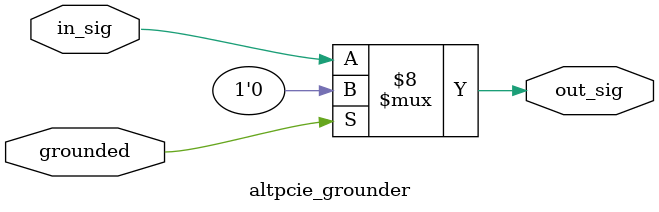
<source format=v>



`timescale 1ns / 1ps
// synthesis translate_on

// turn off superfluous verilog processor warnings
// altera message_level Level1
// altera message_off 10034 10035 10036 10037 10230 10240 10030

module altpcie_a10_hip_pipen1b # (

      parameter MEM_CHECK=0,
      parameter USE_INTERNAL_250MHZ_PLL = 1,
      parameter hip_reconfig = 0,
      parameter USE_ALTPCIE_RS_HIP_LOGIC = 0,
      parameter cseb_autonomous_hwtcl   = 0, //1: Config-Bypass Autonomous mode
      parameter speed_change_hwtcl      = 0, //1: allow LTSSM to initiate sefl-speed change until link reach max supported speed
      parameter reconfig_address_width_integer_hwtcl              = 11,
      //Virtual Attributes
      parameter func_mode                                         = "enable",
      parameter sup_mode                                          = "user_mode",
      parameter lane_rate                                         = "gen1",
      parameter link_width                                        = "x1",
      parameter port_type                                         = "native_ep",
      parameter pcie_base_spec                                    = "pcie_3p0",
      parameter app_interface_width                               = "avst_64bit",
      parameter rx_buffer_credit_alloc                            = "balance",
      parameter hrdrstctrl_en                                     = "hrdrstctrl_en",
      parameter uc_calibration_en                                 = "uc_calibration_dis",
      parameter cvp_enable                                        = "cvp_dis",
      parameter enable_es_patch                                   = 0,  // Deprecated parameter since 15.0, must be set to 0
      parameter advance_error_reporting                           = "disable",
      parameter sim_mode                                          = "enable",
      parameter bar0_type                                         = "bar0_64bit_prefetch_mem",
      parameter bar1_type                                         = "bar1_disable",
      parameter bar2_type                                         = "bar2_disable",
      parameter bar3_type                                         = "bar3_disable",
      parameter bar4_type                                         = "bar4_disable",
      parameter bar5_type                                         = "bar5_disable",
      parameter bar0_size_mask                                    = 0,
      parameter bar1_size_mask                                    = 0,
      parameter bar2_size_mask                                    = 0,
      parameter bar3_size_mask                                    = 0,
      parameter bar4_size_mask                                    = 0,
      parameter bar5_size_mask                                    = 0,

      //HIP Attributes
      parameter silicon_rev                                       = "20nm5es",
      parameter [12:0] acknack_base                               = 13'h0,
      parameter acknack_set                                       = "false",
      parameter arb_upfc_30us_counter                             = 0,
      parameter arb_upfc_30us_en                                  = "enable",
      parameter aspm_config_management                            = "true",
      parameter aspm_patch_disable                                = "enable_both",
      parameter ast_width_rx                                      = "rx_64",
      parameter ast_width_tx                                      = "tx_64",
      parameter atomic_malformed                                  = "false",
      parameter atomic_op_completer_32bit                         = "false",
      parameter atomic_op_routing                                 = "false",
      parameter atomic_op_completer_64bit                         = "false",
      parameter auto_msg_drop_enable                              = "false",
      parameter base_counter_sel                                  = "count_clk_62p5",
      parameter [83:0] bist_memory_settings                       =  84'h0,
      parameter bridge_port_vga_enable                            = "false",
      parameter bridge_port_ssid_support                          = "false",
      parameter bypass_cdc                                        = "false",
      parameter bypass_clk_switch                                 = "false",
      parameter bypass_tl                                         = "false",
      parameter cas_completer_128bit                              = "false",
      parameter cdc_clk_relation                                  = "plesiochronous",
      parameter [3:0] cdc_dummy_insert_limit                      = 4'd11,
      parameter cfg_parchk_ena                                    = "disable",
      parameter cfgbp_req_recov_disable                           = "false",
      parameter [23:0] class_code                                 = 24'd16711680,
      parameter clock_pwr_management                              = "false",
      parameter completion_timeout                                = "abcd",
      parameter core_clk_divider                                  = "div_1",
      parameter core_clk_freq_mhz                                 = "core_clk_250mhz",
      parameter core_clk_out_sel                                  = "core_clk_out_div_1",
      parameter core_clk_sel                                      = "pld_clk",
      parameter core_clk_source                                   = "pll_fixed_clk",
      parameter cseb_bar_match_checking                           = "enable",
      parameter cseb_config_bypass                                = "disable",
      parameter cseb_cpl_status_during_cvp                        = "completer_abort",
      parameter cseb_cpl_tag_checking                             = "enable",
      parameter cseb_disable_auto_crs                             = "false",
      parameter cseb_extend_pci                                   = "false",
      parameter cseb_extend_pcie                                  = "false",
      parameter cseb_min_error_checking                           = "false",
      parameter cseb_route_to_avl_rx_st                           = "cseb",
      parameter cseb_temp_busy_crs                                = "completer_abort_tmp_busy",
      parameter cvp_clk_reset                                     = "false",
      parameter cvp_data_compressed                               = "false",
      parameter cvp_data_encrypted                                = "false",
      parameter cvp_mode_reset                                    = "false",
      parameter cvp_rate_sel                                      = "full_rate",
      parameter d0_pme                                            = "false",
      parameter d1_pme                                            = "false",
      parameter d2_pme                                            = "false",
      parameter d1_support                                        = "false",
      parameter d2_support                                        = "false",
      parameter d3_hot_pme                                        = "false",
      parameter d3_cold_pme                                       = "false",
      parameter data_pack_rx                                      = "disable",
      parameter deemphasis_enable                                 = "false",
      parameter deskew_comma                                      = "skp_eieos_deskw",
      parameter [15:0] device_id                                  = 16'd57345,
      parameter [4:0] device_number                               = 5'h0,
      parameter device_specific_init                              = "false",
      parameter dft_clock_obsrv_en                                = "disable",
      parameter dft_clock_obsrv_sel                               = "dft_pclk",
      parameter [7:0] diffclock_nfts_count                        = 8'h0,
      parameter dis_cplovf                                        = "disable",
      parameter dis_paritychk                                     = "enable",
      parameter disable_link_x2_support                           = "false",
      parameter disable_snoop_packet                              = "false",
      parameter dl_tx_check_parity_edb                            = "disable",
      parameter dll_active_report_support                         = "false",
      parameter early_dl_up                                       = "true",
      parameter ecrc_check_capable                                = "true",
      parameter ecrc_gen_capable                                  = "true",
      parameter egress_block_err_report_ena                       = "false",
      parameter [7:0] ei_delay_powerdown_count                    = 8'd10,
      parameter [3:0] eie_before_nfts_count                       = 4'h4,
      parameter electromech_interlock                             = "false",
      parameter en_ieiupdatefc                                    = "false",
      parameter en_lane_errchk                                    = "false",
      parameter en_phystatus_dly                                  = "false",
      parameter ena_ido_cpl                                       = "false",
      parameter ena_ido_req                                       = "false",
      parameter enable_adapter_half_rate_mode                     = "false",
      parameter enable_ch0_pclk_out                               = "pclk_ch01",
      parameter enable_ch01_pclk_out                              = "pclk_ch0",
      parameter enable_completion_timeout_disable                 = "true",
      parameter enable_directed_spd_chng                          = "false",
      parameter enable_function_msix_support                      = "true",
      parameter enable_l0s_aspm                                   = "false",
      parameter enable_l1_aspm                                    = "false",
      parameter enable_rx_buffer_checking                         = "false",
      parameter enable_rx_reordering                              = "true",
      parameter enable_slot_register                              = "false",
      parameter [2:0] endpoint_l0_latency                         = 3'h0,
      parameter [2:0] endpoint_l1_latency                         = 3'h0,
      parameter [5:0] eql_rq_int_en_number                        = 6'h0,
      parameter errmgt_fcpe_patch_dis                             = "enable",
      parameter errmgt_fep_patch_dis                              = "enable",
      parameter [31:0] expansion_base_address_register            = 32'h0,
      parameter extend_tag_field                                  = "false",
      parameter extended_format_field                             = "false",
      parameter extended_tag_reset                                = "false",
      parameter [10:0] fc_init_timer                              = 11'b10000000000,
      parameter [7:0] flow_control_timeout_count                  = 8'b11001000,
      parameter [4:0] flow_control_update_count                   = 5'b1110,
      parameter flr_capability                                    = "true",
      parameter force_dis_to_det                                  = "false",
      parameter force_gen1_dis                                    = "false",
      parameter force_tx_coeff_preset_lpbk                        = "false",
      parameter frame_err_patch_dis                               = "enable",
      parameter g3_bypass_equlz                                   = "false",
      parameter g3_coeff_done_tmout                               = "enable",
      parameter g3_deskew_char                                    = "default_sdsos",
      parameter g3_dis_be_frm_err                                 = "false",
      parameter [2:0] g3_dn_rx_hint_eqlz_0                        = 3'h0,
      parameter [2:0] g3_dn_rx_hint_eqlz_1                        = 3'h0,
      parameter [2:0] g3_dn_rx_hint_eqlz_2                        = 3'h0,
      parameter [2:0] g3_dn_rx_hint_eqlz_3                        = 3'h0,
      parameter [2:0] g3_dn_rx_hint_eqlz_4                        = 3'h0,
      parameter [2:0] g3_dn_rx_hint_eqlz_5                        = 3'h0,
      parameter [2:0] g3_dn_rx_hint_eqlz_6                        = 3'h0,
      parameter [2:0] g3_dn_rx_hint_eqlz_7                        = 3'h0,
      parameter [3:0] g3_dn_tx_preset_eqlz_0                      = 4'h0,
      parameter [3:0] g3_dn_tx_preset_eqlz_1                      = 4'h0,
      parameter [3:0] g3_dn_tx_preset_eqlz_2                      = 4'h0,
      parameter [3:0] g3_dn_tx_preset_eqlz_3                      = 4'h0,
      parameter [3:0] g3_dn_tx_preset_eqlz_4                      = 4'h0,
      parameter [3:0] g3_dn_tx_preset_eqlz_5                      = 4'h0,
      parameter [3:0] g3_dn_tx_preset_eqlz_6                      = 4'h0,
      parameter [3:0] g3_dn_tx_preset_eqlz_7                      = 4'h0,
      parameter g3_force_ber_max                                  = "false",
      parameter g3_force_ber_min                                  = "false",
      parameter g3_lnk_trn_rx_ts                                  = "false",
      parameter g3_ltssm_eq_dbg                                   = "false",
      parameter g3_ltssm_rec_dbg                                  = "false",
      parameter g3_pause_ltssm_rec_en                             = "disable",
      parameter g3_quiesce_guarant                                = "false",
      parameter g3_redo_equlz_dis                                 = "false",
      parameter g3_redo_equlz_en                                  = "false",
      parameter [2:0] g3_up_rx_hint_eqlz_0                        = 3'h0,
      parameter [2:0] g3_up_rx_hint_eqlz_1                        = 3'h0,
      parameter [2:0] g3_up_rx_hint_eqlz_2                        = 3'h0,
      parameter [2:0] g3_up_rx_hint_eqlz_3                        = 3'h0,
      parameter [2:0] g3_up_rx_hint_eqlz_4                        = 3'h0,
      parameter [2:0] g3_up_rx_hint_eqlz_5                        = 3'h0,
      parameter [2:0] g3_up_rx_hint_eqlz_6                        = 3'h0,
      parameter [2:0] g3_up_rx_hint_eqlz_7                        = 3'h0,
      parameter [3:0] g3_up_tx_preset_eqlz_0                      = 4'h0,
      parameter [3:0] g3_up_tx_preset_eqlz_1                      = 4'h0,
      parameter [3:0] g3_up_tx_preset_eqlz_2                      = 4'h0,
      parameter [3:0] g3_up_tx_preset_eqlz_3                      = 4'h0,
      parameter [3:0] g3_up_tx_preset_eqlz_4                      = 4'h0,
      parameter [3:0] g3_up_tx_preset_eqlz_5                      = 4'h0,
      parameter [3:0] g3_up_tx_preset_eqlz_6                      = 4'h0,
      parameter [3:0] g3_up_tx_preset_eqlz_7                      = 4'h0,
      parameter gen123_lane_rate_mode                             = "gen1_rate",
      parameter [7:0] gen2_diffclock_nfts_count                   = 8'd255,
      parameter gen2_pma_pll_usage                                = "not_applicaple",
      parameter [7:0] gen2_sameclock_nfts_count                   = 8'd255,

      parameter [17:0]gen3_coeff_1                                = 18'h4,
      parameter       gen3_coeff_1_sel                            = "preset_1",
      parameter [2:0] gen3_coeff_1_preset_hint                    = 3'b010,
      parameter [3:0] gen3_coeff_1_nxtber_more                    = 4'd6,
      parameter [3:0] gen3_coeff_1_nxtber_less                    = 4'd12,
      parameter [4:0] gen3_coeff_1_reqber                         = 5'h8,
      parameter [5:0] gen3_coeff_1_ber_meas                       = 6'h2,
      parameter [17:0]gen3_coeff_2                                = 18'h1,
      parameter       gen3_coeff_2_sel                            = "preset_2",
      parameter [2:0] gen3_coeff_2_preset_hint                    = 3'b100,
      parameter [3:0] gen3_coeff_2_nxtber_more                    = 4'h4,
      parameter [3:0] gen3_coeff_2_nxtber_less                    = 4'h2,
      parameter [4:0] gen3_coeff_2_reqber                         = 5'h8,
      parameter [5:0] gen3_coeff_2_ber_meas                       = 6'h2,
      parameter [17:0]gen3_coeff_3                                = 18'h1,
      parameter       gen3_coeff_3_sel                            = "preset_3",
      parameter [2:0] gen3_coeff_3_preset_hint                    = 3'h0,
      parameter [3:0] gen3_coeff_3_nxtber_more                    = 4'h3,
      parameter [3:0] gen3_coeff_3_nxtber_less                    = 4'd15,
      parameter [4:0] gen3_coeff_3_reqber                         = 5'h8,
      parameter [5:0] gen3_coeff_3_ber_meas                       = 6'h2,
      parameter [17:0]gen3_coeff_4                                = 18'h0,
      parameter       gen3_coeff_4_sel                            = "preset_4",
      parameter [2:0] gen3_coeff_4_preset_hint                    = 0,
      parameter [3:0] gen3_coeff_4_nxtber_more                    = 4'h4,
      parameter [3:0] gen3_coeff_4_nxtber_less                    = 4'd15,
      parameter [4:0] gen3_coeff_4_reqber                         = 5'h8,
      parameter [5:0] gen3_coeff_4_ber_meas                       = 6'h2,
      parameter [17:0]gen3_coeff_5                                = 0,
      parameter       gen3_coeff_5_sel                            = "preset_5",
      parameter [2:0] gen3_coeff_5_preset_hint                    = 3'b100,
      parameter [3:0] gen3_coeff_5_nxtber_more                    = 4'd5,
      parameter [3:0] gen3_coeff_5_nxtber_less                    = 4'd15,
      parameter [4:0] gen3_coeff_5_reqber                         = 5'h8,
      parameter [5:0] gen3_coeff_5_ber_meas                       = 6'h2,
      parameter [17:0]gen3_coeff_6                                = 18'h7,
      parameter       gen3_coeff_6_sel                            = "preset_6",
      parameter [2:0] gen3_coeff_6_preset_hint                    = 3'b100,
      parameter [3:0] gen3_coeff_6_nxtber_more                    = 4'd15,
      parameter [3:0] gen3_coeff_6_nxtber_less                    = 4'd15,
      parameter [4:0] gen3_coeff_6_reqber                         = 5'h8,
      parameter [5:0] gen3_coeff_6_ber_meas                       = 6'h2,
      parameter [17:0]gen3_coeff_7                                = 18'h1,
      parameter       gen3_coeff_7_sel                            = "preset_7",
      parameter [2:0] gen3_coeff_7_preset_hint                    = 3'b010,
      parameter [3:0] gen3_coeff_7_nxtber_more                    = 4'h7,
      parameter [3:0] gen3_coeff_7_nxtber_less                    = 4'h1,
      parameter [4:0] gen3_coeff_7_reqber                         = 5'h8,
      parameter [5:0] gen3_coeff_7_ber_meas                       = 6'h2,
      parameter [17:0]gen3_coeff_8                                = 0,
      parameter       gen3_coeff_8_sel                            = "preset_8",
      parameter [2:0] gen3_coeff_8_preset_hint                    = 3'b010,
      parameter [3:0] gen3_coeff_8_nxtber_more                    = 4'h8,
      parameter [3:0] gen3_coeff_8_nxtber_less                    = 4'h4,
      parameter [4:0] gen3_coeff_8_reqber                         = 5'h8,
      parameter [5:0] gen3_coeff_8_ber_meas                       = 6'h2,
      parameter [17:0]gen3_coeff_9                                = 0,
      parameter       gen3_coeff_9_sel                            = "preset_9",
      parameter [2:0] gen3_coeff_9_preset_hint                    = 3'b011,
      parameter [3:0] gen3_coeff_9_nxtber_more                    = 4'h9,
      parameter [3:0] gen3_coeff_9_nxtber_less                    = 4'd11,
      parameter [4:0] gen3_coeff_9_reqber                         = 5'h8,
      parameter [5:0] gen3_coeff_9_ber_meas                       = 6'h2,
      parameter [17:0]gen3_coeff_10                               = 18'h7,
      parameter       gen3_coeff_10_sel                           = "preset_10",
      parameter [2:0] gen3_coeff_10_preset_hint                   = 3'b011,
      parameter [3:0] gen3_coeff_10_nxtber_more                   = 4'd10,
      parameter [3:0] gen3_coeff_10_nxtber_less                   = 4'd15,
      parameter [4:0] gen3_coeff_10_reqber                        = 5'h8,
      parameter [5:0] gen3_coeff_10_ber_meas                      = 6'h2,
      parameter [17:0]gen3_coeff_11                               = 18'h7,
      parameter       gen3_coeff_11_sel                           = "preset_11",
      parameter [2:0] gen3_coeff_11_preset_hint                   = 3'b100,
      parameter [3:0] gen3_coeff_11_nxtber_more                   = 4'd15,
      parameter [3:0] gen3_coeff_11_nxtber_less                   = 4'd15,
      parameter [4:0] gen3_coeff_11_reqber                        = 5'h8,
      parameter [5:0] gen3_coeff_11_ber_meas                      = 6'h2,
      parameter [17:0]gen3_coeff_12                               = 18'h7,
      parameter       gen3_coeff_12_sel                           = "preset_12",
      parameter [2:0] gen3_coeff_12_preset_hint                   = 3'b010,
      parameter [3:0] gen3_coeff_12_nxtber_more                   = 4'd15,
      parameter [3:0] gen3_coeff_12_nxtber_less                   = 4'd15,
      parameter [4:0] gen3_coeff_12_reqber                        = 5'h8,
      parameter [5:0] gen3_coeff_12_ber_meas                      = 6'h2,
      parameter [17:0]gen3_coeff_13                               = 18'h4,
      parameter       gen3_coeff_13_sel                           = "preset_13",
      parameter [2:0] gen3_coeff_13_preset_hint                   = 3'b100,
      parameter [3:0] gen3_coeff_13_nxtber_more                   = 4'h1,
      parameter [3:0] gen3_coeff_13_nxtber_less                   = 4'd13,
      parameter [4:0] gen3_coeff_13_reqber                        = 5'h8,
      parameter [5:0] gen3_coeff_13_ber_meas                      = 6'h2,
      parameter [17:0]gen3_coeff_14                               = 18'h4,
      parameter       gen3_coeff_14_sel                           = "preset_14",
      parameter [2:0] gen3_coeff_14_preset_hint                   = 0,
      parameter [3:0] gen3_coeff_14_nxtber_more                   = 4'h2,
      parameter [3:0] gen3_coeff_14_nxtber_less                   = 4'd15,
      parameter [4:0] gen3_coeff_14_reqber                        = 5'h8,
      parameter [5:0] gen3_coeff_14_ber_meas                      = 6'h2,
      parameter [17:0]gen3_coeff_15                               = 0,
      parameter       gen3_coeff_15_sel                           = "coeff_15",
      parameter [2:0] gen3_coeff_15_preset_hint                   = 0,
      parameter [3:0] gen3_coeff_15_nxtber_more                   = 0,
      parameter [3:0] gen3_coeff_15_nxtber_less                   = 0,
      parameter [4:0] gen3_coeff_15_reqber                        = 0,
      parameter [5:0] gen3_coeff_15_ber_meas                      = 0,
      parameter [17:0]gen3_coeff_16                               = 0,
      parameter       gen3_coeff_16_sel                           = "coeff_16",
      parameter [2:0] gen3_coeff_16_preset_hint                   = 0,
      parameter [3:0] gen3_coeff_16_nxtber_more                   = 0,
      parameter [3:0] gen3_coeff_16_nxtber_less                   = 0,
      parameter [4:0] gen3_coeff_16_reqber                        = 0,
      parameter [5:0] gen3_coeff_16_ber_meas                      = 0,
      parameter [17:0]gen3_coeff_17                               = 0,
      parameter       gen3_coeff_17_sel                           = "coeff_17",
      parameter [2:0] gen3_coeff_17_preset_hint                   = 0,
      parameter [3:0] gen3_coeff_17_nxtber_more                   = 0,
      parameter [3:0] gen3_coeff_17_nxtber_less                   = 0,
      parameter [4:0] gen3_coeff_17_reqber                        = 0,
      parameter [5:0] gen3_coeff_17_ber_meas                      = 0,
      parameter [17:0]gen3_coeff_18                               = 0,
      parameter       gen3_coeff_18_sel                           = "coeff_18",
      parameter [2:0] gen3_coeff_18_preset_hint                   = 0,
      parameter [3:0] gen3_coeff_18_nxtber_more                   = 0,
      parameter [3:0] gen3_coeff_18_nxtber_less                   = 0,
      parameter [4:0] gen3_coeff_18_reqber                        = 0,
      parameter [5:0] gen3_coeff_18_ber_meas                      = 0,
      parameter [17:0]gen3_coeff_19                               = 0,
      parameter       gen3_coeff_19_sel                           = "coeff_19",
      parameter [2:0] gen3_coeff_19_preset_hint                   = 0,
      parameter [3:0] gen3_coeff_19_nxtber_more                   = 0,
      parameter [3:0] gen3_coeff_19_nxtber_less                   = 0,
      parameter [4:0] gen3_coeff_19_reqber                        = 0,
      parameter [5:0] gen3_coeff_19_ber_meas                      = 0,
      parameter [17:0]gen3_coeff_20                               = 0,
      parameter       gen3_coeff_20_sel                           = "coeff_20",
      parameter [2:0] gen3_coeff_20_preset_hint                   = 0,
      parameter [3:0] gen3_coeff_20_nxtber_more                   = 0,
      parameter [3:0] gen3_coeff_20_nxtber_less                   = 0,
      parameter [4:0] gen3_coeff_20_reqber                        = 0,
      parameter [5:0] gen3_coeff_20_ber_meas                      = 0,
      parameter [17:0]gen3_coeff_21                               = 0,
      parameter       gen3_coeff_21_sel                           = "coeff_21",
      parameter [2:0] gen3_coeff_21_preset_hint                   = 0,
      parameter [3:0] gen3_coeff_21_nxtber_more                   = 0,
      parameter [3:0] gen3_coeff_21_nxtber_less                   = 0,
      parameter [4:0] gen3_coeff_21_reqber                        = 0,
      parameter [5:0] gen3_coeff_21_ber_meas                      = 0,
      parameter [17:0]gen3_coeff_22                               = 0,
      parameter       gen3_coeff_22_sel                           = "coeff_22",
      parameter [2:0] gen3_coeff_22_preset_hint                   = 0,
      parameter [3:0] gen3_coeff_22_nxtber_more                   = 0,
      parameter [3:0] gen3_coeff_22_nxtber_less                   = 0,
      parameter [4:0] gen3_coeff_22_reqber                        = 0,
      parameter [5:0] gen3_coeff_22_ber_meas                      = 0,
      parameter [17:0]gen3_coeff_23                               = 0,
      parameter       gen3_coeff_23_sel                           = "coeff_23",
      parameter [2:0] gen3_coeff_23_preset_hint                   = 0,
      parameter [3:0] gen3_coeff_23_nxtber_more                   = 0,
      parameter [3:0] gen3_coeff_23_nxtber_less                   = 0,
      parameter [4:0] gen3_coeff_23_reqber                        = 0,
      parameter [5:0] gen3_coeff_23_ber_meas                      = 0,
      parameter [17:0]gen3_coeff_24                               = 0,
      parameter       gen3_coeff_24_sel                           = "coeff_24",
      parameter [2:0] gen3_coeff_24_preset_hint                   = 0,
      parameter [3:0] gen3_coeff_24_nxtber_more                   = 0,
      parameter [3:0] gen3_coeff_24_nxtber_less                   = 0,
      parameter [4:0] gen3_coeff_24_reqber                        = 0,
      parameter [5:0] gen3_coeff_24_ber_meas                      = 0,

      parameter [6:0] gen3_coeff_delay_count                      = 7'b1111101,
      parameter       gen3_coeff_errchk                           = "enable",
      parameter       gen3_dcbal_en                               = "true",
      parameter [7:0] gen3_diffclock_nfts_count                   = 8'b10000000,
      parameter       gen3_force_local_coeff                      = "false",
      parameter [5:0] gen3_full_swing                             = 6'b111111,
      parameter       gen3_half_swing                             = "false",
      parameter [5:0] gen3_low_freq                               = 0,
      parameter       gen3_paritychk                              = "enable",
      parameter       gen3_pl_framing_err_dis                     = "enable",
      parameter [17:0] gen3_preset_coeff_1                        = 18'd3402,
      parameter [17:0] gen3_preset_coeff_2                        = 18'd3339,
      parameter [17:0] gen3_preset_coeff_3                        = 18'd3213,
      parameter [17:0] gen3_preset_coeff_4                        = 18'd3528,
      parameter [17:0] gen3_preset_coeff_5                        = 18'd4032,
      parameter [17:0] gen3_preset_coeff_6                        = 18'd28224,
      parameter [17:0] gen3_preset_coeff_7                        = 18'd36288,
      parameter [17:0] gen3_preset_coeff_8                        = 18'd27405,
      parameter [17:0] gen3_preset_coeff_9                        = 18'd35784,
      parameter [17:0] gen3_preset_coeff_10                       = 18'd48384,
      parameter [17:0] gen3_preset_coeff_11                       = 18'd124992,
      parameter       gen3_reset_eieos_cnt_bit                    = "false",
      parameter [19:0]gen3_rxfreqlock_counter                     = 20'h0,
      parameter [7:0] gen3_sameclock_nfts_count                   = 8'b10000000,
      parameter       gen3_scrdscr_bypass                         = "false",
      parameter       gen3_skip_ph2_ph3                           = "false",
      parameter       hard_reset_bypass                           = "false",
      parameter       hard_rst_sig_chnl_en                        = "disable_hrc_sig",
      parameter       hard_rst_tx_pll_rst_chnl_en                 = "disable_hrc_txpll_rst",
      parameter [9:0] hip_base_address                            = 10'h0,
      parameter       hip_clock_dis                               = "enable_hip_clk",
      parameter       hip_hard_reset                              = "enable",
      parameter       hip_pcs_sig_chnl_en                         = "disable_hip_pcs_sig",
      parameter [6:0] hot_plug_support                            = 0,
      parameter       hrc_chnl_txpll_master_cgb_rst_select        = "disable_master_cgb_sel",
      parameter       iei_enable_settings                         = "gen3gen2_infei_infsd_gen1_infei_sd",
      parameter [2:0] indicator                                   = 0,
      parameter       intel_id_access                             = "false",
      parameter       interrupt_pin                               = "inta",
      parameter       io_window_addr_width                        = "window_32_bit",
      parameter [127:0] jtag_id                                   = 128'h0,
      parameter [2:0] l0_exit_latency_diffclock                   = 3'h6,
      parameter [2:0] l0_exit_latency_sameclock                   = 3'h6,
      parameter [4:0] l01_entry_latency                           = 5'd31,
      parameter       l0s_adj_rply_timer_dis                      = "enable",
      parameter [2:0] l1_exit_latency_diffclock                   = 3'h0,
      parameter [2:0] l1_exit_latency_sameclock                   = 3'h0,
      parameter       l2_async_logic                              = "disable",
      parameter       lane_mask                                   = "ln_mask_x4",
      parameter       low_priority_vc                             = "single_vc_low_pr",
      parameter       ltr_mechanism                               = "false",
      parameter       ltssm_1ms_timeout                           = "disable",
      parameter       ltssm_freqlocked_check                      = "disable",
      parameter       malformed_tlp_truncate_en                   = "disable",
      parameter       max_link_width                              = "x4_link_width",
      parameter       max_payload_size                            = "payload_512",
      parameter [2:0] maximum_current                             = 3'h0,
      parameter [19:0]millisecond_cycle_count                     = 20'h0,
      parameter       msi_64bit_addressing_capable                = "true",
      parameter       msi_masking_capable                         = "false",
      parameter       msi_multi_message_capable                   = "count_4",
      parameter       msi_support                                 = "true",
      parameter [2:0] msix_pba_bir                                = 3'h0,
      parameter [28:0]msix_pba_offset                             = 29'h0,
      parameter [2:0] msix_table_bir                              = 3'h0,
      parameter [28:0]msix_table_offset                           = 29'h0,
      parameter [10:0]msix_table_size                             = 11'h0,
      parameter       national_inst_thru_enhance                  = "true",
      parameter       no_command_completed                        = "true",
      parameter       no_soft_reset                               = "false",
      parameter       pcie_mode                                   = "shared_mode",
      parameter       pcie_spec_1p0_compliance                    = "spec_1p1",
      parameter       pcie_spec_version                           = "v2",
      parameter       pclk_out_sel                                = "pclk",
      parameter       pld_in_use_reg                              = "false",
      parameter       pm_latency_patch_dis                        = "enable",
      parameter       pm_txdl_patch_dis                           = "enable",
      parameter       pme_clock                                   = "false",
      parameter [7:0] port_link_number                            = 8'h1,
      parameter       powerdown_mode                              = "powerup",
      parameter       prefetchable_mem_window_addr_width          = "prefetch_32",
      parameter       r2c_mask_easy                               = "false",
      parameter       r2c_mask_enable                             = "false",
      parameter       rec_frqlk_mon_en                            = "disable",
      parameter       register_pipe_signals                       = "false",
      parameter [9:0] retry_buffer_last_active_address            = 10'd1023,
      parameter [35:0]retry_buffer_memory_settings                = 36'h0,
      parameter       retry_ecc_corr_mask_dis                     = "enable",
      parameter [7:0] revision_id                                 = 8'h1,
      parameter       role_based_error_reporting                  = "false",
      parameter [6:0] rp_bug_fix_pri_sec_stat_reg                 = 7'b1111111,
      parameter [12:0]rpltim_base                                 = 13'h10,
      parameter       rpltim_set                                  = "false",
      parameter       rstctl_ltssm_dis                            = "false",
      parameter       [19:0] rstctrl_1ms_count_fref_clk           = 20'd62500,
      parameter       [19:0] rstctrl_1us_count_fref_clk           = 20'd63,
      parameter       rstctrl_pld_clr                             = "false",
      parameter       rstctrl_pll_cal_done_select                 = "not_active_pll_cal_done",
      parameter       rstctrl_debug_en                            = "false",
      parameter       rstctrl_force_inactive_rst                  = "false",
      parameter       rstctrl_perst_enable                        = "level",
      parameter       rstctrl_hip_ep                              = "hip_ep",
      parameter       rstctrl_hard_block_enable                   = "hard_rst_ctl",
      parameter       rstctrl_rx_pma_rstb_inv                     = "false",
      parameter       rstctrl_tx_pma_rstb_inv                     = "false",
      parameter       rstctrl_rx_pcs_rst_n_inv                    = "false",
      parameter       rstctrl_tx_pcs_rst_n_inv                    = "false",
      parameter       rstctrl_altpe3_crst_n_inv                   = "false",
      parameter       rstctrl_altpe3_srst_n_inv                   = "false",
      parameter       rstctrl_altpe3_rst_n_inv                    = "false",
      parameter       rstctrl_chnl_cal_done_select                = "not_active_chnl_cal_done",
      parameter       rstctrl_tx_pma_syncp_inv                    = "false",
      parameter       rstctrl_rx_pma_rstb_select                 = "not_active_rx_pma_rstb",
      parameter       rstctrl_rx_pll_freq_lock_select            = "not_active_rx_pll_f_lock",
      parameter       rstctrl_mask_tx_pll_lock_select            = "not_active_mask_tx_pll_lock",
      parameter       rstctrl_rx_pll_lock_select                 = "not_active_rx_pll_lock",
      parameter       rstctrl_perstn_select                      = "perstn_pin",
      parameter       rstctrl_fref_clk_select                    = "ch0_sel",
      parameter       rstctrl_tx_pma_syncp_select                = "not_active_tx_pma_syncp",
      parameter       rstctrl_rx_pcs_rst_n_select                = "not_active_rx_pcs_rst",
      parameter       rstctrl_tx_pcs_rst_n_select                = "not_active_tx_pcs_rst",
      parameter       rstctrl_timer_a_type                       = "a_timer_milli_secs",
      parameter       [7:0] rstctrl_timer_a                      = 8'd10,
      parameter       rstctrl_timer_b_type                       = "b_timer_milli_secs",
      parameter       [7:0] rstctrl_timer_b                      = 8'd10,
      parameter       rstctrl_timer_c_type                       = "c_timer_milli_secs",
      parameter       [7:0] rstctrl_timer_c                      = 8'd10,
      parameter       rstctrl_timer_d_type                       = "d_timer_milli_secs",
      parameter       [7:0] rstctrl_timer_d                      = 8'd20,
      parameter       rstctrl_timer_e_type                       = "e_timer_milli_secs",
      parameter       [7:0] rstctrl_timer_e                      = 8'd1,
      parameter       rstctrl_timer_f_type                       = "f_timer_milli_secs",
      parameter       [7:0] rstctrl_timer_f                      = 8'd10,
      parameter       rstctrl_timer_g_type                       = "g_timer_milli_secs",
      parameter       [7:0] rstctrl_timer_g                      = 8'd10,
      parameter       rstctrl_timer_h_type                       = "h_timer_milli_secs",
      parameter       [7:0] rstctrl_timer_h                      = 8'd4,
      parameter       rstctrl_timer_i_type                       = "i_timer_milli_secs",
      parameter       [7:0] rstctrl_timer_i                      = 8'd20,
      parameter       rstctrl_timer_j_type                       = "j_timer_milli_secs",
      parameter       [7:0] rstctrl_timer_j                      = 8'd20,
      parameter       rstctrl_tx_lcff_pll_lock_select            = "not_active_lcff_pll_lock",
      parameter       rstctrl_tx_lcff_pll_rstb_select            = "not_active_lcff_pll_rstb",
      parameter       rx_ast_parity                              = "disable",
      parameter       tx_ast_parity                              = "disable",
      parameter [19:0]rx_buffer_fc_protect                       = 20'd68,
      parameter [10:0]rx_buffer_protect                          = 20'd68,
      parameter [3:0] rx_cdc_almost_empty                        = 4'h3,
      parameter [3:0] rx_cdc_almost_full                         = 4'd12,
      parameter       rx_cred_ctl_param                          = "disable",
      parameter       rx_ei_l0s                                  = "disable",
      parameter [7:0] rx_l0s_count_idl                           = 8'h0,
      parameter [10:0]rx_ptr0_posted_dpram_min                   = 11'h0,
      parameter [10:0]rx_ptr0_posted_dpram_max                   = 11'h0,
      parameter [10:0]rx_ptr0_nonposted_dpram_min                = 11'h0,
      parameter [10:0]rx_ptr0_nonposted_dpram_max                = 11'h0,
      parameter       rx_runt_patch_dis                          = "enable",
      parameter       rx_sop_ctrl                                = "rx_sop_boundary_64",
      parameter       rx_trunc_patch_dis                         = "enable",
      parameter       rx_use_prst                                = "false",
      parameter       rx_use_prst_ep                             = "true",
      parameter       rxbuf_ecc_corr_mask_dis                    = "enable",
      parameter [7:0] sameclock_nfts_count                       = 8'h0,
      parameter       sel_enable_pcs_rx_fifo_err                 = "disable_sel",
      parameter       simple_ro_fifo_control_en                  = "disable",
      parameter       single_rx_detect                           = "detect_all_lanes",
      parameter [10:0]skp_os_gen3_count                          = 11'h0,
      parameter [10:0]skp_os_schedule_count                      = 11'h0,
      parameter [12:0]slot_number                                = 13'h0,
      parameter [7:0] slot_power_limit                           = 8'h0,
      parameter [1:0] slot_power_scale                           = 2'h0,
      parameter       slotclk_cfg                                = "static_slotclkcfgon",
      parameter [15:0]ssvid                                      = 16'h0,
      parameter [15:0]ssid                                       = 16'h0,
      parameter [15:0]subsystem_vendor_id                        = 16'd4466,
      parameter [15:0]subsystem_device_id                        = 16'd57345,
      parameter       surprise_down_error_support                = "false",
      parameter       tl_cfg_div                                 = "cfg_clk_div_7",
      parameter       tl_tx_check_parity_msg                     = "disable",
      parameter       tph_completer                              = "false",
      parameter [3:0] tx_cdc_almost_empty                        = 4'd5,
      parameter [3:0] tx_cdc_almost_full                         = 4'd12,
      parameter       tx_sop_ctrl                                = "boundary_64",
      parameter [7:0] tx_swing                                   = 8'h0,
      parameter [3:0] txdl_fair_arbiter_counter                  = 4'h0,
      parameter       txdl_fair_arbiter_en                       = "enable",
      parameter       txrate_adv                                 = "capability",
      parameter       use_aer                                    = "false",
      parameter       use_crc_forwarding                         = "false",
      parameter [15:0]user_id                                    = 16'h0,
      parameter       vc_arbitration                             = "single_vc_arb",
      parameter       vc_enable                                  = "single_vc",
      parameter       vc0_clk_enable                             = "true",
      parameter [35:0]vc0_rx_buffer_memory_settings              = 36'h0,
      parameter [7:0] vc0_rx_flow_ctrl_posted_header             = 8'd50,
      parameter [11:0]vc0_rx_flow_ctrl_posted_data               = 12'd360,
      parameter [7:0] vc0_rx_flow_ctrl_nonposted_header          = 8'd54,
      parameter [7:0] vc0_rx_flow_ctrl_nonposted_data            = 8'd0,
      parameter [7:0] vc0_rx_flow_ctrl_compl_header              = 8'd112,
      parameter [11:0]vc0_rx_flow_ctrl_compl_data                = 12'd448,
      parameter [7:0] ko_compl_header                            = 8'd0,
      parameter [11:0] ko_compl_data                             = 12'd0,
      parameter       vc1_clk_enable                             = "false",
      parameter [15:0]vendor_id                                  = 16'd4466,
      parameter [3:0] vsec_cap                                   = 4'h0,
      parameter [15:0]vsec_id                                    = 16'd4466,
      parameter       wrong_device_id                            = "disable",
      parameter       not_use_k_gbl_bits                         = "not_used_k_gbl",
      parameter       avmm_force_inter_sel_csr_ctrl              = "disable",
      parameter       operating_voltage                          = "standard",
      parameter       rxdl_bad_tlp_patch_dis                     = "rxdlbug2_enable_both",
      parameter       avmm_dprio_broadcast_en_csr_ctrl           = "disable",
      parameter       hip_ac_pwr_uw_per_mhz                      = 30'd0,
      parameter       hip_ac_pwr_clk_freq_in_hz                  = 30'd0,
      parameter       rxdl_bad_sop_eop_filter_dis                = "rxdlbug1_enable_both",
      parameter       rxdl_lcrc_patch_dis                        = "rxdlbug3_enable_both",
      parameter       capab_rate_rxcfg_en                        = "disable",
      parameter       avmm_cvp_inter_sel_csr_ctrl                = "disable",
      parameter       lmi_hold_off_cfg_timer_en                  = "disable",
      parameter       avmm_power_iso_en_csr_ctrl                 = "disable",

      // PCIe Inspector
      parameter       TLP_INSPECTOR                              = 0,
      parameter       TLP_INSPECTOR_USE_SIGNAL_PROBE             = 0,
      parameter       TLP_INSPECTOR_POWER_UP_TRIGGER             = 128'h0,
      parameter       inspector_enable                           = 0,
      parameter       export_phy_input_to_top_level_hwtcl        = 0,
      parameter       adme_enable_hwtcl                          = 0,

      //rx_polarity_inversion_soft_logic
      parameter       rx_polinv_soft_logic_enable                = 0,
      
      parameter       enable_skp_det                             = 0
      )
      (
      // Reset signals
      input                 pipe32_sim_only, // when set, enable pipe 32-bit simulation
      input                 pin_perst,
      input                 npor,
      output                reset_status,
      output                serdes_pll_locked,

      // Clock
      input                 pld_clk,
      input                 pclk_in,
      output                pld_clk_inuse,
      input                 pld_core_ready,

      // Serdes related
      input                 refclk,

      // HIP control signals
      input  [1 : 0]        mode,
      input  [4 : 0]        hpg_ctrler,
      input  [1 : 0]        swctmod,
      input  [63 : 0]       test_in,
      output [319 : 0]      test_out,

      // Input PIPE simulation _ext for simulation only
      input                 phystatus0_ext,
      input                 phystatus1_ext,
      input                 phystatus2_ext,
      input                 phystatus3_ext,
      input                 phystatus4_ext,
      input                 phystatus5_ext,
      input                 phystatus6_ext,
      input                 phystatus7_ext,
      input  [31 : 0]       rxdata0_ext,
      input  [31 : 0]       rxdata1_ext,
      input  [31 : 0]       rxdata2_ext,
      input  [31 : 0]       rxdata3_ext,
      input  [31 : 0]       rxdata4_ext,
      input  [31 : 0]       rxdata5_ext,
      input  [31 : 0]       rxdata6_ext,
      input  [31 : 0]       rxdata7_ext,
      input  [ 3 : 0]       rxdatak0_ext,
      input  [ 3 : 0]       rxdatak1_ext,
      input  [ 3 : 0]       rxdatak2_ext,
      input  [ 3 : 0]       rxdatak3_ext,
      input  [ 3 : 0]       rxdatak4_ext,
      input  [ 3 : 0]       rxdatak5_ext,
      input  [ 3 : 0]       rxdatak6_ext,
      input  [ 3 : 0]       rxdatak7_ext,
      input                 rxelecidle0_ext,
      input                 rxelecidle1_ext,
      input                 rxelecidle2_ext,
      input                 rxelecidle3_ext,
      input                 rxelecidle4_ext,
      input                 rxelecidle5_ext,
      input                 rxelecidle6_ext,
      input                 rxelecidle7_ext,
      input  [2 : 0]        rxstatus0_ext,
      input  [2 : 0]        rxstatus1_ext,
      input  [2 : 0]        rxstatus2_ext,
      input  [2 : 0]        rxstatus3_ext,
      input  [2 : 0]        rxstatus4_ext,
      input  [2 : 0]        rxstatus5_ext,
      input  [2 : 0]        rxstatus6_ext,
      input  [2 : 0]        rxstatus7_ext,
      input                 rxdataskip0_ext,
      input                 rxdataskip1_ext,
      input                 rxdataskip2_ext,
      input                 rxdataskip3_ext,
      input                 rxdataskip4_ext,
      input                 rxdataskip5_ext,
      input                 rxdataskip6_ext,
      input                 rxdataskip7_ext,
      input                 rxblkst0_ext,
      input                 rxblkst1_ext,
      input                 rxblkst2_ext,
      input                 rxblkst3_ext,
      input                 rxblkst4_ext,
      input                 rxblkst5_ext,
      input                 rxblkst6_ext,
      input                 rxblkst7_ext,
      input  [1 : 0]        rxsynchd0_ext,
      input  [1 : 0]        rxsynchd1_ext,
      input  [1 : 0]        rxsynchd2_ext,
      input  [1 : 0]        rxsynchd3_ext,
      input  [1 : 0]        rxsynchd4_ext,
      input  [1 : 0]        rxsynchd5_ext,
      input  [1 : 0]        rxsynchd6_ext,
      input  [1 : 0]        rxsynchd7_ext,
      input                 rxvalid0_ext,
      input                 rxvalid1_ext,
      input                 rxvalid2_ext,
      input                 rxvalid3_ext,
      input                 rxvalid4_ext,
      input                 rxvalid5_ext,
      input                 rxvalid6_ext,
      input                 rxvalid7_ext,

      // Application signals inputs
      input  [4 : 0]        aer_msi_num,
      input                 app_int_sts,
      input  [4 : 0]        app_msi_num,
      input                 app_msi_req,
      input  [2 : 0]        app_msi_tc,
      input  [4 : 0]        pex_msi_num,
      input  [11 : 0]       lmi_addr,
      input  [7  : 0]       lmi_din,
      input                 lmi_rden,
      input                 lmi_wren,
      input                 pm_auxpwr,
      input  [9 : 0]        pm_data,
      input                 pme_to_cr,
      input                 pm_event,
      input                 rx_st_mask,
      input                 rx_st_ready,
      input  [255 : 0]      tx_st_data,
      input  [1 :0]        tx_st_empty,
      input  [3 :0]        tx_st_eop,
      input  [3 :0]        tx_st_err,
      input  [31:0]        tx_st_parity,
      input  [3 :0]        tx_st_sop,
      input                tx_st_valid,
      input  [15:0]        cfglink2csrpld,
      input  [6 :0]        cpl_err,
      input                cpl_pending,
      input                tl_slotclk_cfg,

      // Input for internal test port (PE/TE)
      input                 bistenrcv,
      input                 bistenrpl,
      input                 bistscanen,
      input                 bistscanin,
      input                 bisttesten,
      input                 memhiptestenable,
      input                 memregscanen,
      input                 memredenscan,//UC
      input                 memredscen,//UC
      input                 memredscin,//UC
      input                 memredsclk, //UC
      input                 memredscrst, //UC
      input                 memredscsel, //UC
      input                 memregscanin,//UC
      input                 scanmoden,
      input                 scanshiftn,
      input  [2 : 0]        m10k_select,

      // Input for past QII 10.0 support
      input  [31 : 0]       csebrddata,
      input  [3 : 0]        csebrddataparity,
      input  [4 : 0]        csebrdresponse,
      input                 csebwaitrequest,
      input  [4 : 0]        csebwrresponse,
      input                 csebwrrespvalid,
      input  [43 : 0]       dbgpipex1rx,


      // Output Pipe interface
      output [2 : 0]        eidle_infer_sel0_ext,
      output [2 : 0]        eidle_infer_sel1_ext,
      output [2 : 0]        eidle_infer_sel2_ext,
      output [2 : 0]        eidle_infer_sel3_ext,
      output [2 : 0]        eidle_infer_sel4_ext,
      output [2 : 0]        eidle_infer_sel5_ext,
      output [2 : 0]        eidle_infer_sel6_ext,
      output [2 : 0]        eidle_infer_sel7_ext,
      output [1 : 0]        powerdown0_ext,
      output [1 : 0]        powerdown1_ext,
      output [1 : 0]        powerdown2_ext,
      output [1 : 0]        powerdown3_ext,
      output [1 : 0]        powerdown4_ext,
      output [1 : 0]        powerdown5_ext,
      output [1 : 0]        powerdown6_ext,
      output [1 : 0]        powerdown7_ext,
      output                rxpolarity0_ext,
      output                rxpolarity1_ext,
      output                rxpolarity2_ext,
      output                rxpolarity3_ext,
      output                rxpolarity4_ext,
      output                rxpolarity5_ext,
      output                rxpolarity6_ext,
      output                rxpolarity7_ext,
      output                txcompl0_ext,
      output                txcompl1_ext,
      output                txcompl2_ext,
      output                txcompl3_ext,
      output                txcompl4_ext,
      output                txcompl5_ext,
      output                txcompl6_ext,
      output                txcompl7_ext,
      output [31 : 0]       txdata0_ext,
      output [31 : 0]       txdata1_ext,
      output [31 : 0]       txdata2_ext,
      output [31 : 0]       txdata3_ext,
      output [31 : 0]       txdata4_ext,
      output [31 : 0]       txdata5_ext,
      output [31 : 0]       txdata6_ext,
      output [31 : 0]       txdata7_ext,
      output [ 3 : 0]       txdatak0_ext,
      output [ 3 : 0]       txdatak1_ext,
      output [ 3 : 0]       txdatak2_ext,
      output [ 3 : 0]       txdatak3_ext,
      output [ 3 : 0]       txdatak4_ext,
      output [ 3 : 0]       txdatak5_ext,
      output [ 3 : 0]       txdatak6_ext,
      output [ 3 : 0]       txdatak7_ext,
      output                txdetectrx0_ext,
      output                txdetectrx1_ext,
      output                txdetectrx2_ext,
      output                txdetectrx3_ext,
      output                txdetectrx4_ext,
      output                txdetectrx5_ext,
      output                txdetectrx6_ext,
      output                txdetectrx7_ext,
      output                txelecidle0_ext,
      output                txelecidle1_ext,
      output                txelecidle2_ext,
      output                txelecidle3_ext,
      output                txelecidle4_ext,
      output                txelecidle5_ext,
      output                txelecidle6_ext,
      output                txelecidle7_ext,
      output [2 : 0]        tx_margin0_ext,
      output [2 : 0]        tx_margin1_ext,
      output [2 : 0]        tx_margin2_ext,
      output [2 : 0]        tx_margin3_ext,
      output [2 : 0]        tx_margin4_ext,
      output [2 : 0]        tx_margin5_ext,
      output [2 : 0]        tx_margin6_ext,
      output [2 : 0]        tx_margin7_ext,
      output                tx_deemph0_ext,
      output                tx_deemph1_ext,
      output                tx_deemph2_ext,
      output                tx_deemph3_ext,
      output                tx_deemph4_ext,
      output                tx_deemph5_ext,
      output                tx_deemph6_ext,
      output                tx_deemph7_ext,
      output                txswing0_ext,
      output                txswing1_ext,
      output                txswing2_ext,
      output                txswing3_ext,
      output                txswing4_ext,
      output                txswing5_ext,
      output                txswing6_ext,
      output                txswing7_ext,
      output [1:0]          rate0_ext,
      output [1:0]          rate1_ext,
      output [1:0]          rate2_ext,
      output [1:0]          rate3_ext,
      output [1:0]          rate4_ext,
      output [1:0]          rate5_ext,
      output [1:0]          rate6_ext,
      output [1:0]          rate7_ext,
      output                txdataskip0_ext,
      output                txdataskip1_ext,
      output                txdataskip2_ext,
      output                txdataskip3_ext,
      output                txdataskip4_ext,
      output                txdataskip5_ext,
      output                txdataskip6_ext,
      output                txdataskip7_ext,
      output                txblkst0_ext,
      output                txblkst1_ext,
      output                txblkst2_ext,
      output                txblkst3_ext,
      output                txblkst4_ext,
      output                txblkst5_ext,
      output                txblkst6_ext,
      output                txblkst7_ext,
      output [1 : 0]        txsynchd0_ext,
      output [1 : 0]        txsynchd1_ext,
      output [1 : 0]        txsynchd2_ext,
      output [1 : 0]        txsynchd3_ext,
      output [1 : 0]        txsynchd4_ext,
      output [1 : 0]        txsynchd5_ext,
      output [1 : 0]        txsynchd6_ext,
      output [1 : 0]        txsynchd7_ext,
      output [17 : 0]       current_coeff0_ext,
      output [17 : 0]       current_coeff1_ext,
      output [17 : 0]       current_coeff2_ext,
      output [17 : 0]       current_coeff3_ext,
      output [17 : 0]       current_coeff4_ext,
      output [17 : 0]       current_coeff5_ext,
      output [17 : 0]       current_coeff6_ext,
      output [17 : 0]       current_coeff7_ext,
      output [2 : 0]        current_rxpreset0_ext,
      output [2 : 0]        current_rxpreset1_ext,
      output [2 : 0]        current_rxpreset2_ext,
      output [2 : 0]        current_rxpreset3_ext,
      output [2 : 0]        current_rxpreset4_ext,
      output [2 : 0]        current_rxpreset5_ext,
      output [2 : 0]        current_rxpreset6_ext,
      output [2 : 0]        current_rxpreset7_ext,


      // Output HIP Status signals
      output                coreclkout,
      output [1 : 0]        currentspeed,
      output                derr_cor_ext_rcv,
      output                derr_cor_ext_rpl,
      output                derr_rpl,
      output                rx_par_err ,
      output [1:0]          tx_par_err ,
      output                rxfc_cplbuf_ovf,
      output                cfg_par_err,
      output                dlup,
      output                dlup_exit,
      output                ev128ns,
      output                ev1us,
      output                hotrst_exit,
      output [3 : 0]        int_status,
      output                l2_exit,
      output [3 : 0]        lane_act,
      output [4 : 0]        ltssmstate,
      output [1 : 0]        rate,

      // rx_cred control
      input  [15 : 0]       rx_cred_ctl        ,
      output  [19 : 0]      rx_cred_status     ,

      // Output Application interface
      output                app_int_ack,
      output                app_msi_ack,
      output                lmi_ack,
      output [7 : 0]        lmi_dout,
      output                pme_to_sr,
      output [7 : 0]        rx_st_bardec1,
      output [7 : 0]        rx_st_bardec2,
      output [31 : 0]       rx_st_be,
      output [255 : 0]      rx_st_data,
      output [1 : 0]        rx_st_empty,
      output [3 : 0]        rx_st_eop,
      output [3 : 0]        rx_st_err,
      output [31 : 0]       rx_st_parity,
      output [3 : 0]        rx_st_sop,
      output [3 : 0]        rx_st_valid,
      output                serr_out,
      output [3 : 0]        tl_cfg_add,
      output [31 : 0]       tl_cfg_ctl,
      output [52 : 0]       tl_cfg_sts,
      output [11 : 0]       tx_cred_data_fc,
      output [5 : 0]        tx_cred_fc_hip_cons,
      output [5 : 0]        tx_cred_fc_infinite,
      output [7 : 0]        tx_cred_hdr_fc,
      input  [1:0]          tx_cred_fc_sel,
      input                 tx_cred_cons_select,
      output                tx_st_ready,

      // serial interface
      input    rx_in0,
      input    rx_in1,
      input    rx_in2,
      input    rx_in3,
      input    rx_in4,
      input    rx_in5,
      input    rx_in6,
      input    rx_in7,

      output   tx_out0,
      output   tx_out1,
      output   tx_out2,
      output   tx_out3,
      output   tx_out4,
      output   tx_out5,
      output   tx_out6,
      output   tx_out7,

      // HIP Reconfig
      input             avmm_rst_n,      // DPRIO reset
      input             avmm_clk,        // DPRIO clock
      input             avmm_write,      // write enable input
      input             avmm_read,       // read enable input
      input   [1:0]     avmm_byte_en,    // Byte enable
      input   [9:0]     avmm_address,    // address input
      input   [15:0]    avmm_writedata,  // write data input
      output  [15:0]    avmm_readdata,   // Read data output
      input             ser_shift_load,  // 1'b1=shift in data from si into scan flop
                                         // 1'b0=load data from writedata into scan flop
      input             interface_sel,   // Interface selection inputs
                                         // 1'b1: select CSR as a source for CRAM
                                         // 1'b0: select Avalon-MM interface

      // XCVR Reconfig interface
      input                 xcvr_reconfig_clk,
      input                 xcvr_reconfig_reset,
      input                 xcvr_reconfig_write,
      input                 xcvr_reconfig_read,
      input  [reconfig_address_width_integer_hwtcl-1:0]         xcvr_reconfig_address,
      input  [31:0]         xcvr_reconfig_writedata,
      output [31:0]         xcvr_reconfig_readdata,
      output                xcvr_reconfig_waitrequest,

      // PLL Reconfig interface
      input  wire           reconfig_pll0_clk,                                       //     reconfig_clk.clk
      input  wire           reconfig_pll0_reset,                                     //   reconfig_reset.reset
      input  wire           reconfig_pll0_write,                                     //    reconfig_avmm.write
      input  wire           reconfig_pll0_read,                                      //                 .read
      input  wire [9:0]     reconfig_pll0_address,                                   //                 .address
      input  wire [31:0]    reconfig_pll0_writedata,                                 //                 .writedata
      output wire [31:0]    reconfig_pll0_readdata,                                  //                 .readdata
      output wire           reconfig_pll0_waitrequest,                               //                 .waitrequest

      input  wire           reconfig_pll1_clk,                                       //     reconfig_clk.clk
      input  wire           reconfig_pll1_reset,                                     //   reconfig_reset.reset
      input  wire           reconfig_pll1_write,                                     //    reconfig_avmm.write
      input  wire           reconfig_pll1_read,                                      //                 .read
      input  wire [9:0]     reconfig_pll1_address,                                   //                 .address
      input  wire [31:0]    reconfig_pll1_writedata,                                 //                 .writedata
      output wire [31:0]    reconfig_pll1_readdata,                                  //                 .readdata
      output wire           reconfig_pll1_waitrequest,                               //                 .waitrequest

      output                avmm_thinmaster_write,                                   //     | _______________________________|//
      output [7:0]          avmm_thinmaster_address,                                 //     |                   | Offset 48h |//
      output [15:0]         avmm_thinmaster_writedata,                               //     | AVMM thin Master  |____________|//
      output [1:0]          avmm_thinmaster_byteenable,                              //     | [15:0]  data                   |//
      output                avmm_thinmaster_read,                                    //     | [23:16] Address                |//
      input                 avmm_thinmaster_waitrequest,                             //     | [24]    ReadReq                |//
      input  [15:0]         avmm_thinmaster_readdata,                                //     | [25]    WriteReq               |//
      input                 avmm_thinmaster_readdatavalid,                           //     | [31:26] Reserved               |//

      // Output for past QII 10.0 support
      output [31 : 0]       csebaddr,
      output [3 : 0]        csebaddrparity,
      output [3 : 0]        csebbe,
      output                csebisshadow,
      output                csebrden,
      output [31 : 0]       csebwrdata,
      output [3 : 0]        csebwrdataparity,
      output                csebwren,
      output                csebwrrespreq,

      // Output for internal test port (PE/TE)
      output                wakeoen,

      // Export PHY/PLL PCIE clk in/out
      input  wire           pipe_hclk_in,
      output wire           pll_pcie_clk,
      
      output wire           skp_os
      );

   function [8*25:1] low_str;
   // Convert parameter strings to lower case
      input [8*25:1] input_string;
      reg [8*25:1] return_string;
      reg [8*25:1] reg_string;
      reg [8:1] tmp;
      reg [8:1] conv_char;
      integer byte_count;
      begin
         reg_string = input_string;
         for (byte_count = 25; byte_count >= 1; byte_count = byte_count - 1) begin
            tmp = reg_string[8*25:(8*(25-1)+1)];
            reg_string = reg_string << 8;
            if ((tmp >= 65) && (tmp <= 90)) // ASCII number of 'A' is 65, 'Z' is 90
               begin
               conv_char = tmp + 32; // 32 is the difference in the position of 'A' and 'a' in the ASCII char set
               return_string = {return_string, conv_char};
               end
            else
               return_string = {return_string, tmp};
         end
      low_str = return_string;
      end
   endfunction

   function integer is_pld_clk_250MHz;
      input [8*25:1] l_ast_width;
      input [8*25:1] l_gen123_lane_rate_mode;
      input [8*25:1] l_lane_mask;
      begin
              if ((low_str(l_ast_width)=="avst_64bit" ) && (low_str(l_gen123_lane_rate_mode)=="gen1_gen2") && (low_str(l_lane_mask)=="x4"))  is_pld_clk_250MHz=USE_INTERNAL_250MHZ_PLL;
         else if ((low_str(l_ast_width)=="avst_128bit") && (low_str(l_gen123_lane_rate_mode)=="gen1_gen2") && (low_str(l_lane_mask)=="x8"))  is_pld_clk_250MHz=USE_INTERNAL_250MHZ_PLL;
         else if ((low_str(l_ast_width)=="avst_64bit") && (low_str(l_gen123_lane_rate_mode)=="gen1_gen2_gen3") && (low_str(l_lane_mask)=="x2"))  is_pld_clk_250MHz=USE_INTERNAL_250MHZ_PLL;
         else if ((low_str(l_ast_width)=="avst_128bit") && (low_str(l_gen123_lane_rate_mode)=="gen1_gen2_gen3") && (low_str(l_lane_mask)=="x4"))  is_pld_clk_250MHz=USE_INTERNAL_250MHZ_PLL;
         else if ((low_str(l_ast_width)=="avst_256bit") && (low_str(l_gen123_lane_rate_mode)=="gen1_gen2_gen3") && (low_str(l_lane_mask)=="x8"))  is_pld_clk_250MHz=USE_INTERNAL_250MHZ_PLL;
         else                                                                                                                              is_pld_clk_250MHz=0;
      end
   endfunction

   // Convert parameter strings to lower case
   genvar i;

   localparam LANES          = (low_str(link_width)=="x1")?1:(low_str(link_width)=="x2")?2:(low_str(link_width)=="x4")?4:8;
   //synthesis translate_off
   localparam ALTPCIE_HIP_256_PIPEN1B_SIM_ONLY  = 1;
   //synthesis translate_on

   //synthesis read_comments_as_HDL on
   //localparam ALTPCIE_HIP_256_PIPEN1B_SIM_ONLY = 0;
   //synthesis read_comments_as_HDL off

   localparam [4:0] LTSSM_EQ_DET_QUIET   = 5'b00000 ; // 5'h0
   localparam [4:0] LTSSM_EQ_DET_ACT     = 5'b00001 ; // 5'h1
   localparam [4:0] LTSSM_EQ_POL_ACT     = 5'b00010 ; // 5'h2
   localparam [4:0] LTSSM_EQ_POL_COMP    = 5'b00011 ; // 5'h3
   localparam [4:0] LTSSM_EQ_POL_CFG     = 5'b00100 ; // 5'h4
   localparam [4:0] LTSSM_EQ_CFG_LKST    = 5'b00110 ; // 5'h6
   localparam [4:0] LTSSM_EQ_CFG_LKAC    = 5'b00111 ; // 5'h7
   localparam [4:0] LTSSM_EQ_CFG_LNAC    = 5'b01000 ; // 5'h8
   localparam [4:0] LTSSM_EQ_CFG_LNWT    = 5'b01001 ; // 5'h9
   localparam [4:0] LTSSM_EQ_CFG_CPL     = 5'b01010 ; // 5'hA
   localparam [4:0] LTSSM_EQ_CFG_IDL     = 5'b01011 ; // 5'hB
   localparam [4:0] LTSSM_EQ_REC_RXLK    = 5'b01100 ; // 5'hC
   localparam [4:0] LTSSM_EQ_REC_RXCFG   = 5'b01101 ; // 5'hD
   localparam [4:0] LTSSM_EQ_REC_IDL     = 5'b01110 ; // 5'hE
   localparam [4:0] LTSSM_EQ_L0          = 5'b01111 ; // 5'hF
   localparam [4:0] LTSSM_EQ_DISAB       = 5'b10000 ; // 5'h10
   localparam [4:0] LTSSM_EQ_LPBK_ENT    = 5'b10001 ; // 5'h11
   localparam [4:0] LTSSM_EQ_LPBK_ACT    = 5'b10010 ; // 5'h12
   localparam [4:0] LTSSM_EQ_LPBK_EXIT   = 5'b10011 ; // 5'h13
   localparam [4:0] LTSSM_EQ_HOT_RST     = 5'b10100 ; // 5'h14
   localparam [4:0] LTSSM_EQ_L0S         = 5'b10101 ; // 5'h15
   localparam [4:0] LTSSM_EQ_L1_ENT      = 5'b10110 ; // 5'h16
   localparam [4:0] LTSSM_EQ_L1_IDL      = 5'b10111 ; // 5'h17
   localparam [4:0] LTSSM_EQ_L2_IDL      = 5'b11000 ; // 5'h18
   localparam [4:0] LTSSM_EQ_REC_SPEED   = 5'b11010 ; // 5'h1A
   localparam [4:0] LTSSM_EQ_EQZ_PHASE_0 = 5'b11011 ; // 5'h1B
   localparam [4:0] LTSSM_EQ_EQZ_PHASE_1 = 5'b11100 ; // 5'h1C
   localparam [4:0] LTSSM_EQ_EQZ_PHASE_2 = 5'b11101 ; // 5'h1D
   localparam [4:0] LTSSM_EQ_EQZ_PHASE_3 = 5'b11110 ; // 5'h1E

   localparam PLD_CLK_IS_250MHZ = is_pld_clk_250MHz(app_interface_width, gen123_lane_rate_mode, lane_mask);
   localparam USE_HARD_RESET    = (low_str(hrdrstctrl_en)=="hrdrstctrl_dis") ? 0:1;
   localparam ST_DATA_WIDTH     = (low_str(app_interface_width)=="avst_256bit")?256:(low_str(app_interface_width)=="avst_128bit")?128:64;
   localparam ST_BE_WIDTH       = (low_str(app_interface_width)=="avst_256bit")? 32:(low_str(app_interface_width)=="avst_128bit")? 16: 8;
   localparam ST_CTRL_WIDTH     = (low_str(app_interface_width)=="avst_256bit")?  4:(low_str(app_interface_width)=="avst_128bit")?  2: 1;

   //localparam LANES                = (low_str(lane_mask)=="x1")?1:(low_str(lane_mask)=="x2")?2:(low_str(lane_mask)=="x4")?4:8; //legal value: 1+
   localparam LANES_P1             = LANES+1;


   localparam pll_refclk_freq = "100 MHz"; //legal value = "100 MHz"
   localparam starting_channel_number = 0; //legal value: 0+
   localparam protocol_version = (low_str(gen123_lane_rate_mode)=="gen1_rate")?"Gen 1":
                                 (low_str(gen123_lane_rate_mode)=="gen1_gen2")?"Gen 2":
                                 (low_str(gen123_lane_rate_mode)=="gen1_gen2_gen3")?"Gen 3":"<invalid>"; //legal value: "Gen 1", "Gen 2", "Gen 3"

   localparam deser_factor = 32;
   localparam hip_enable = "true";

   localparam [255:0] ONES  = 256'HFFFF_FFFF_FFFF_FFFF_FFFF_FFFF_FFFF_FFFF_FFFF_FFFF_FFFF_FFFF_FFFF_FFFF_FFFF_FFFF;
   localparam [255:0] ZEROS = 256'H0000_0000_0000_0000_0000_0000_0000_0000_0000_0000_0000_0000_0000_0000_0000_0000;

   localparam deskew_comma_sim_only             = "com_deskw";
   localparam enable_directed_spd_chng_sim_only = "false";
   localparam g3_ltssm_rec_dbg_sim_only         = "true";
   localparam rstctl_ltssm_dis_sim_only         = "true";
   localparam gen3_coeff_3_ber_meas_sim_only    = 6'h4;
   localparam millisecond_cycle_count_sim_only  = (low_str(core_clk_freq_mhz)=="core_clk_250mhz")?20'd400:
                                                  (low_str(core_clk_freq_mhz)=="core_clk_125mhz")?20'd200:
                                                  (low_str(core_clk_freq_mhz)=="core_clk_62p5mhz")?20'd100:20'h0;

   localparam SPEED_CHANGE_ACTIVE = (speed_change_hwtcl==1) || ((cseb_autonomous_hwtcl==1) && (cseb_config_bypass=="enable"));

   localparam PCISIG_PCIECV_TD_1_41_TLS_0_WORKAROUND = 0;
   localparam PCISIG_PTC_PM_WORKAROUND               = 0;

   wire  [11 : 0]       lmi_wpciecv_addr;
   wire  [7  : 0]       lmi_wpciecv_din ;
   wire                 lmi_wpciecv_rden;
   wire                 lmi_wpciecv_wren;
// SERDES
//
   //input from reset controller
   wire  [LANES-1:0]                   serdes_xcvr_powerdown;  //
   wire                                serdes_tx_analogreset;
   wire                                serdes_fixedclk;
   wire                                fboutclk_fixedclk;
   wire                                open_fbclk_serdes;
   wire  [LANES-1:0]                   serdes_tx_digitalreset;
   wire  [LANES-1:0]                   serdes_rx_analogreset; // for rx pma
   wire  [LANES-1:0]                   serdes_rx_digitalreset; //for rx pcs
   wire  [LANES-1:0]                   serdes_rx_cal_busy;
   wire  [LANES-1:0]                   serdes_tx_cal_busy;

   //pipe interface ports
   wire  [LANES * deser_factor - 1:0]        serdes_pipe_txdata;
   wire  [((LANES * deser_factor)/8) - 1:0]  serdes_pipe_txdatak;
   wire  [LANES - 1:0]                       serdes_pipe_txdetectrx_loopback;
   wire  [LANES - 1:0]                       serdes_pipe_txcompliance;
   wire  [LANES - 1:0]                       serdes_pipe_txelecidle;
   wire  [LANES - 1:0]                       serdes_pipe_tx_deemph;
   wire  [LANES - 1:0]                       serdes_pipe_txswing;
   wire  [LANES - 1:0]                       serdes_pipe_tx_data_valid;
   wire  [LANES - 1:0]                       serdes_pipe_tx_blk_start;
   wire  [8 - 1:0]                           serdes_pipe_rx_data_valid;
   wire  [8 - 1:0]                           serdes_pipe_rx_blk_start;
   wire  [LANES*18 -1:0]                     serdes_current_coeff;
   wire  [LANES*3  -1:0]                     serdes_current_rxpreset;
   wire  [LANES*2  -1:0]                     serdes_pipe_tx_sync_hdr;
   wire  [8*2  -1:0]                         serdes_pipe_rx_sync_hdr;

   wire  [LANES*3 - 1:0]                     serdes_pipe_tx_margin;
   wire  [LANES*2 - 1:0]                     serdes_pipe_rate;
   wire  [1:0]                               serdes_ratectrl;
   wire  [LANES*2 - 1:0]                     serdes_pipe_powerdown;

   wire  [8 * deser_factor - 1:0]        serdes_pipe_rxdata;
   wire  [((8 * deser_factor)/8) - 1:0]  serdes_pipe_rxdatak;
   wire  [8 - 1:0]                       serdes_pipe_rxvalid;
   wire  [LANES - 1:0]                   serdes_pipe_rxpolarity;
   wire  [8 - 1:0]                       serdes_pipe_rx_elecidle;
   wire  [8 - 1:0]                       serdes_pipe_phystatus;
   wire  [8*3 - 1:0]                     serdes_pipe_rxstatus;
   wire  [9*3 - 1:0]                     serdes_pld8grxstatus;

   //non-PIPE ports
   //MM ports
   wire  [LANES*3-1:0]                 serdes_rx_eidle_infer_sel;
   wire  [LANES-1:0]                   serdes_rx_set_locktodata;
   wire  [LANES-1:0]                   serdes_rx_set_locktoref;
   wire  [LANES-1:0]                   serdes_tx_invpolarity;
   wire  [((LANES*deser_factor)/8) -1:0] serdes_rx_errdetect;
   wire  [((LANES*deser_factor)/8) -1:0] serdes_rx_disperr;
   wire  [((LANES*deser_factor)/8) -1:0] serdes_rx_patterndetect;
   wire  [((LANES*deser_factor)/8) -1:0] serdes_rx_syncstatus;
   wire  [LANES-1:0]                   serdes_rx_phase_comp_fifo_error;
   wire  [LANES-1:0]                   serdes_tx_phase_comp_fifo_error;
   wire  [LANES-1:0]                   serdes_rx_is_lockedtoref;
   wire  [LANES-1:0]                   serdes_rx_signaldetect;
   wire  [LANES-1:0]                   serdes_rx_is_lockedtodata;

   //non-MM ports
   wire  [LANES-1:0]                   serdes_rx_serial_data;
   wire  [LANES-1:0]                   serdes_tx_serial_data;
   wire                                serdes_pipe_pclk;
   wire                                serdes_pllfixedclk;

   wire                                mserdes_pipe_pclk;
   wire                                mserdes_pipe_pclkch1      ;
   wire                                mserdes_pipe_pclkcentral  ;
   wire                                mserdes_pllfixedclkch0;
   wire                                mserdes_pllfixedclkch1;
   wire                                mserdes_pllfixedclkcentral;

   wire                                reset_status_hip;

   // reset controller signal
   wire rst_ctrl_rx_pll_locked  ; //
   wire rst_ctrl_rxanalogreset  ;
   wire rst_ctrl_rxdigitalreset ;
   wire rst_ctrl_xcvr_powerdown  ;
   wire rst_ctrl_txdigitalreset ;

   // Pull to known values
   wire unconnected_wire = 1'b0;
   wire [512:0] unconnected_bus = {512{1'b0}};
   wire [512:0] UNCON;

   // TLP Inspector
   wire [31:0]    tlp_inspect_trigger;
   wire [31:0]    tlp_inspector_monitor_data  ;
   wire [7:0]     tlp_inspector_monitor_addr  ;
   wire           tlp_inspector_monitor_fifo_pop  ;
   wire  [31 : 0] tlp_inspect_i_csebrddata;
   wire  [4 : 0]  tlp_inspect_i_csebrdresponse;
   wire           tlp_inspect_i_csebwaitrequest;
   wire  [4 : 0]  tlp_inspect_i_csebwrresponse;
   wire           tlp_inspect_i_csebwrrespvalid;

   wire [6:0] unconnected_swdnout      ;
   wire [2:0] unconnected_swupout      ;
   //Debug Signals for pol inv workaround
    reg [31:0 ] dbg_test_in_1_hip ;
    reg [7:0]  dbg_pld_rx_polinv_all_ln ;
        //dynamic_reconfig - To reconfig the rx_dyn_polinv to enable after the
        //core is up
   // Reconfig interface
    reg                 dbg_rx_dyn_polinv_reconfig                                               ; // reconfig enable
    wire                dbg_rx_dyn_polinv_reconfig_clk                                           ; // reconfig_clk.clk
    reg                dbg_rx_dyn_polinv_reconfig_reset                                         ; // reconfig_reset.reset
    wire                dbg_rx_dyn_polinv_reconfig_write                                         ; // reconfig_avmm.write
    wire                dbg_rx_dyn_polinv_reconfig_read                                          ; // reconfig_avmm.read
    reg [31:0]          dbg_rx_dyn_polinv_reconfig_writedata                                     ; // reconfig_avmm.writedata
    wire [31:0]          dbg_rx_dyn_polinv_reconfig_readdata                                      ; // reconfig_avmm.readdata
    wire                 dbg_rx_dyn_polinv_reconfig_waitrequest                                   ; // reconfig_avmm.waitrequest
    reg [reconfig_address_width_integer_hwtcl-1:0] dbg_rx_dyn_polinv_reconfig_address            ; // reconfig_avmm.address

    wire [31:0]         xcvr_reconfig_readdata_int                                               ;
    wire                xcvr_reconfig_waitrequest_int                                            ;






   ////////////////////////////////////////////////////////////////////////////////////
   //
   // HIP Control signals
   //
   reg     flr_reset; // Hip input
   wire    flr_sts;   // HIP Output Open

   wire npor_sync;
   wire npor_int;

   // Simulation Only Clocks
   wire     clk250_out;
   wire     clk500_out;
   ////////////////////////////////////////////////////////////////////////////////////
   //
   // Application AST interface
   //
   wire  [255 : 0]      txstdata;
   wire  [1 : 0]        txstempty;
   wire  [3 : 0]        txsteop;
   wire  [3 : 0]        txsterr;
   wire  [31 : 0]       txstparity;
   wire  [3 : 0]        txstsop;
   wire                 txstvalid;
   wire                 txstready;

   wire                 rxstmask;
   wire                 rxstready;
   wire  [7 : 0]        rxstbardec1;
   wire  [7 : 0]        rxstbardec2;
   wire  [31 : 0]       rxstbe;
   wire  [255 : 0]      rxstdata;
   wire  [1 : 0]        rxstempty;
   wire  [3 : 0]        rxsteop;
   wire  [3 : 0]        rxsterr;
   wire  [31 : 0]       rxstparity;
   wire  [3 : 0]        rxstsop;
   wire  [3 : 0]        rxstvalid;

   wire                 gnd_pm_exit_d0_ack      = 1'b0;
   wire                 gnd_egress_blk_err      = 1'b0;
   wire  [31 : 0]       gnd_test_pl_dbg_eqin    = ZEROS[31:0];
   wire  [7  : 0]       gnd_pld_gp_status       = ZEROS[8:0];
   wire  [7  : 0]       gnd_cfg_prmbus_pld      = ZEROS[8:0];
   wire  [1  : 0]       gnd_app_int_err         = ZEROS[1:0];

  // Autonmous and Speed change logic
   wire        sc_test_in_9;
   wire [63:0] test_in_int;


   assign  txstdata   =  (ST_DATA_WIDTH==256)?tx_st_data  [ST_DATA_WIDTH-1 :0]:(ST_DATA_WIDTH==128)?{128'h0,tx_st_data  [ST_DATA_WIDTH-1 :0]}:{192'h0,tx_st_data  [ST_DATA_WIDTH-1 :0]};
   assign  txsteop    =  (ST_DATA_WIDTH==256)?tx_st_eop   [ST_CTRL_WIDTH-1 :0]:(ST_DATA_WIDTH==128)?{2'h0  ,tx_st_eop   [ST_CTRL_WIDTH-1 :0]}:{3'h0  ,tx_st_eop   [ST_CTRL_WIDTH-1 :0]};
   assign  txsterr    =  (ST_DATA_WIDTH==256)?tx_st_err   [ST_CTRL_WIDTH-1 :0]:(ST_DATA_WIDTH==128)?{2'h0  ,tx_st_err   [ST_CTRL_WIDTH-1 :0]}:{3'h0  ,tx_st_err   [ST_CTRL_WIDTH-1 :0]};
   assign  txstparity =  (ST_DATA_WIDTH==256)?tx_st_parity[ST_BE_WIDTH-1   :0]:(ST_DATA_WIDTH==128)?{16'h0 ,tx_st_parity[ST_BE_WIDTH-1   :0]}:{24'h0 ,tx_st_parity[ST_BE_WIDTH-1   :0]};
   assign  txstsop    =  (ST_DATA_WIDTH==256)?tx_st_sop   [ST_CTRL_WIDTH-1 :0]:(ST_DATA_WIDTH==128)?{2'h0  ,tx_st_sop   [ST_CTRL_WIDTH-1 :0]}:{3'h0  ,tx_st_sop   [ST_CTRL_WIDTH-1 :0]};
   assign  txstvalid  =  tx_st_valid                     ;
   assign  txstempty  =  tx_st_empty [1               :0];
   assign  tx_st_ready=  txstready   ;

   assign  rxstmask                         = rx_st_mask ;
   assign  rxstready                        = rx_st_ready;
   assign  rx_st_bardec1[7              :0] = rxstbardec1[7              :0];
   assign  rx_st_bardec2[7              :0] = rxstbardec2[7              :0];
   assign  rx_st_be     [ST_BE_WIDTH-1  :0] = rxstbe     [ST_BE_WIDTH-1  :0];
   assign  rx_st_data   [ST_DATA_WIDTH-1:0] = rxstdata   [ST_DATA_WIDTH-1:0];
   assign  rx_st_empty  [1              :0] = rxstempty  [1              :0];
   assign  rx_st_eop    [ST_CTRL_WIDTH-1:0] = rxsteop    [ST_CTRL_WIDTH-1:0];
   assign  rx_st_err                        = rxsterr;
   assign  rx_st_parity [ST_BE_WIDTH-1  :0] = rxstparity [ST_BE_WIDTH-1  :0];
   assign  rx_st_sop    [ST_CTRL_WIDTH-1:0] = rxstsop    [ST_CTRL_WIDTH-1:0];
   assign  rx_st_valid  [ST_CTRL_WIDTH-1:0] = rxstvalid  [ST_CTRL_WIDTH-1:0];

   generate begin : g_rx_st_data_ext
      if ((ST_DATA_WIDTH<256)&&(ST_CTRL_WIDTH<4)&&(ST_BE_WIDTH<32)) begin : g01
         assign  rx_st_be      [31  :ST_BE_WIDTH]   = ZEROS [31  :ST_BE_WIDTH]    ;
         assign  rx_st_data    [255 :ST_DATA_WIDTH] = ZEROS [255 :ST_DATA_WIDTH]  ;
         assign  rx_st_parity  [31  :ST_BE_WIDTH]   = ZEROS [31  :ST_BE_WIDTH]    ;
         assign  rx_st_eop     [3   :ST_CTRL_WIDTH] = ZEROS [3   :ST_CTRL_WIDTH]  ;
         assign  rx_st_sop     [3   :ST_CTRL_WIDTH] = ZEROS [3   :ST_CTRL_WIDTH]  ;
         assign  rx_st_valid   [3   :ST_CTRL_WIDTH] = ZEROS [3   :ST_CTRL_WIDTH]  ;
      end
   end
   endgenerate
   ////////////////////////////////////////////////////////////////////////////////////
   //
   // PIPE signals interface
   //
   wire                phystatus0     ;// HIP input
   wire                phystatus1     ;// HIP input
   wire                phystatus2     ;// HIP input
   wire                phystatus3     ;// HIP input
   wire                phystatus4     ;// HIP input
   wire                phystatus5     ;// HIP input
   wire                phystatus6     ;// HIP input
   wire                phystatus7     ;// HIP input
   wire                rxblkst0       ;//= 1'b0;// HIP input
   wire                rxblkst1       ;//= 1'b0;// HIP input
   wire                rxblkst2       ;//= 1'b0;// HIP input
   wire                rxblkst3       ;//= 1'b0;// HIP input
   wire                rxblkst4       ;//= 1'b0;// HIP input
   wire                rxblkst5       ;//= 1'b0;// HIP input
   wire                rxblkst6       ;//= 1'b0;// HIP input
   wire                rxblkst7       ;//= 1'b0;// HIP input
   wire [31 : 0]       rxdata0        ;// HIP input  [31 : 0]
   wire [31 : 0]       rxdata1        ;// HIP input  [31 : 0]
   wire [31 : 0]       rxdata2        ;// HIP input  [31 : 0]
   wire [31 : 0]       rxdata3        ;// HIP input  [31 : 0]
   wire [31 : 0]       rxdata4        ;// HIP input  [31 : 0]
   wire [31 : 0]       rxdata5        ;// HIP input  [31 : 0]
   wire [31 : 0]       rxdata6        ;// HIP input  [31 : 0]
   wire [31 : 0]       rxdata7        ;// HIP input  [31 : 0]
   wire [3 : 0]        rxdatak0       ;// HIP input  [3 : 0]
   wire [3 : 0]        rxdatak1       ;// HIP input  [3 : 0]
   wire [3 : 0]        rxdatak2       ;// HIP input  [3 : 0]
   wire [3 : 0]        rxdatak3       ;// HIP input  [3 : 0]
   wire [3 : 0]        rxdatak4       ;// HIP input  [3 : 0]
   wire [3 : 0]        rxdatak5       ;// HIP input  [3 : 0]
   wire [3 : 0]        rxdatak6       ;// HIP input  [3 : 0]
   wire [3 : 0]        rxdatak7       ;// HIP input  [3 : 0]
   wire                rxdataskip0    ;//= 1'b0;// HIP input
   wire                rxdataskip1    ;//= 1'b0;// HIP input
   wire                rxdataskip2    ;//= 1'b0;// HIP input
   wire                rxdataskip3    ;//= 1'b0;// HIP input
   wire                rxdataskip4    ;//= 1'b0;// HIP input
   wire                rxdataskip5    ;//= 1'b0;// HIP input
   wire                rxdataskip6    ;//= 1'b0;// HIP input
   wire                rxdataskip7    ;//= 1'b0;// HIP input
   wire                rxelecidle0    ;// HIP input
   wire                rxelecidle1    ;// HIP input
   wire                rxelecidle2    ;// HIP input
   wire                rxelecidle3    ;// HIP input
   wire                rxelecidle4    ;// HIP input
   wire                rxelecidle5    ;// HIP input
   wire                rxelecidle6    ;// HIP input
   wire                rxelecidle7    ;// HIP input
   wire                rxfreqlocked0  ;//= 1'b0;// HIP input
   wire                rxfreqlocked1  ;//= 1'b0;// HIP input
   wire                rxfreqlocked2  ;//= 1'b0;// HIP input
   wire                rxfreqlocked3  ;//= 1'b0;// HIP input
   wire                rxfreqlocked4  ;//= 1'b0;// HIP input
   wire                rxfreqlocked5  ;//= 1'b0;// HIP input
   wire                rxfreqlocked6  ;//= 1'b0;// HIP input
   wire                rxfreqlocked7  ;//= 1'b0;// HIP input
   wire [2 : 0]        rxstatus0      ;// HIP input  [2 : 0]
   wire [2 : 0]        rxstatus1      ;// HIP input  [2 : 0]
   wire [2 : 0]        rxstatus2      ;// HIP input  [2 : 0]
   wire [2 : 0]        rxstatus3      ;// HIP input  [2 : 0]
   wire [2 : 0]        rxstatus4      ;// HIP input  [2 : 0]
   wire [2 : 0]        rxstatus5      ;// HIP input  [2 : 0]
   wire [2 : 0]        rxstatus6      ;// HIP input  [2 : 0]
   wire [2 : 0]        rxstatus7      ;// HIP input  [2 : 0]
   wire [1 : 0]        rxsynchd0      ;//= 2'b00;// HIP input  [1 : 0]
   wire [1 : 0]        rxsynchd1      ;//= 2'b00;// HIP input  [1 : 0]
   wire [1 : 0]        rxsynchd2      ;//= 2'b00;// HIP input  [1 : 0]
   wire [1 : 0]        rxsynchd3      ;//= 2'b00;// HIP input  [1 : 0]
   wire [1 : 0]        rxsynchd4      ;//= 2'b00;// HIP input  [1 : 0]
   wire [1 : 0]        rxsynchd5      ;//= 2'b00;// HIP input  [1 : 0]
   wire [1 : 0]        rxsynchd6      ;//= 2'b00;// HIP input  [1 : 0]
   wire [1 : 0]        rxsynchd7      ;//= 2'b00;// HIP input  [1 : 0]
   wire                rxvalid0       ;// HIP input
   wire                rxvalid1       ;// HIP input
   wire                rxvalid2       ;// HIP input
   wire                rxvalid3       ;// HIP input
   wire                rxvalid4       ;// HIP input
   wire                rxvalid5       ;// HIP input
   wire                rxvalid6       ;// HIP input
   wire                rxvalid7       ;// HIP input
   wire [17 : 0]       current_coeff0             ;// HIP output [17 : 0]
   wire [17 : 0]       current_coeff1             ;// HIP output [17 : 0]
   wire [17 : 0]       current_coeff2             ;// HIP output [17 : 0]
   wire [17 : 0]       current_coeff3             ;// HIP output [17 : 0]
   wire [17 : 0]       current_coeff4             ;// HIP output [17 : 0]
   wire [17 : 0]       current_coeff5             ;// HIP output [17 : 0]
   wire [17 : 0]       current_coeff6             ;// HIP output [17 : 0]
   wire [17 : 0]       current_coeff7             ;// HIP output [17 : 0]
   wire [2 : 0]        current_rxpreset0          ;// HIP output [2 : 0]
   wire [2 : 0]        current_rxpreset1          ;// HIP output [2 : 0]
   wire [2 : 0]        current_rxpreset2          ;// HIP output [2 : 0]
   wire [2 : 0]        current_rxpreset3          ;// HIP output [2 : 0]
   wire [2 : 0]        current_rxpreset4          ;// HIP output [2 : 0]
   wire [2 : 0]        current_rxpreset5          ;// HIP output [2 : 0]
   wire [2 : 0]        current_rxpreset6          ;// HIP output [2 : 0]
   wire [2 : 0]        current_rxpreset7          ;// HIP output [2 : 0]
   wire [2 : 0]        eidle_infer_sel0            ;// HIP output [2 : 0]
   wire [2 : 0]        eidle_infer_sel1            ;// HIP output [2 : 0]
   wire [2 : 0]        eidle_infer_sel2            ;// HIP output [2 : 0]
   wire [2 : 0]        eidle_infer_sel3            ;// HIP output [2 : 0]
   wire [2 : 0]        eidle_infer_sel4            ;// HIP output [2 : 0]
   wire [2 : 0]        eidle_infer_sel5            ;// HIP output [2 : 0]
   wire [2 : 0]        eidle_infer_sel6            ;// HIP output [2 : 0]
   wire [2 : 0]        eidle_infer_sel7            ;// HIP output [2 : 0]
   wire [1 : 0]        powerdown0                ;// HIP output [1 : 0]
   wire [1 : 0]        powerdown1                ;// HIP output [1 : 0]
   wire [1 : 0]        powerdown2                ;// HIP output [1 : 0]
   wire [1 : 0]        powerdown3                ;// HIP output [1 : 0]
   wire [1 : 0]        powerdown4                ;// HIP output [1 : 0]
   wire [1 : 0]        powerdown5                ;// HIP output [1 : 0]
   wire [1 : 0]        powerdown6                ;// HIP output [1 : 0]
   wire [1 : 0]        powerdown7                ;// HIP output [1 : 0]
   wire                rxpolarity0               ;// HIP output
   wire                rxpolarity1               ;// HIP output
   wire                rxpolarity2               ;// HIP output
   wire                rxpolarity3               ;// HIP output
   wire                rxpolarity4               ;// HIP output
   wire                rxpolarity5               ;// HIP output
   wire                rxpolarity6               ;// HIP output
   wire                rxpolarity7               ;// HIP output
   wire                txblkst0                  ;// HIP output
   wire                txblkst1                  ;// HIP output
   wire                txblkst2                  ;// HIP output
   wire                txblkst3                  ;// HIP output
   wire                txblkst4                  ;// HIP output
   wire                txblkst5                  ;// HIP output
   wire                txblkst6                  ;// HIP output
   wire                txblkst7                  ;// HIP output
   wire                txcompl0                  ;// HIP output
   wire                txcompl1                  ;// HIP output
   wire                txcompl2                  ;// HIP output
   wire                txcompl3                  ;// HIP output
   wire                txcompl4                  ;// HIP output
   wire                txcompl5                  ;// HIP output
   wire                txcompl6                  ;// HIP output
   wire                txcompl7                  ;// HIP output
   wire [31 : 0]       txdata0                   ;// HIP output [31 : 0]
   wire [31 : 0]       txdata1                   ;// HIP output [31 : 0]
   wire [31 : 0]       txdata2                   ;// HIP output [31 : 0]
   wire [31 : 0]       txdata3                   ;// HIP output [31 : 0]
   wire [31 : 0]       txdata4                   ;// HIP output [31 : 0]
   wire [31 : 0]       txdata5                   ;// HIP output [31 : 0]
   wire [31 : 0]       txdata6                   ;// HIP output [31 : 0]
   wire [31 : 0]       txdata7                   ;// HIP output [31 : 0]
   wire [3 : 0]        txdatak0                  ;// HIP output [3 : 0]
   wire [3 : 0]        txdatak1                  ;// HIP output [3 : 0]
   wire [3 : 0]        txdatak2                  ;// HIP output [3 : 0]
   wire [3 : 0]        txdatak3                  ;// HIP output [3 : 0]
   wire [3 : 0]        txdatak4                  ;// HIP output [3 : 0]
   wire [3 : 0]        txdatak5                  ;// HIP output [3 : 0]
   wire [3 : 0]        txdatak6                  ;// HIP output [3 : 0]
   wire [3 : 0]        txdatak7                  ;// HIP output [3 : 0]
   wire                txswing0                  ;// HIP output
   wire                txswing1                  ;// HIP output
   wire                txswing2                  ;// HIP output
   wire                txswing3                  ;// HIP output
   wire                txswing4                  ;// HIP output
   wire                txswing5                  ;// HIP output
   wire                txswing6                  ;// HIP output
   wire                txswing7                  ;// HIP output
   wire                txdataskip0               ;//HIP output
   wire                txdataskip1               ;//HIP output
   wire                txdataskip2               ;//HIP output
   wire                txdataskip3               ;//HIP output
   wire                txdataskip4               ;//HIP output
   wire                txdataskip5               ;//HIP output
   wire                txdataskip6               ;//HIP output
   wire                txdataskip7               ;//HIP output
   wire                tx_deemph0                 ;// HIP output
   wire                tx_deemph1                 ;// HIP output
   wire                tx_deemph2                 ;// HIP output
   wire                tx_deemph3                 ;// HIP output
   wire                tx_deemph4                 ;// HIP output
   wire                tx_deemph5                 ;// HIP output
   wire                tx_deemph6                 ;// HIP output
   wire                tx_deemph7                 ;// HIP output
   wire                txdetectrx0               ;// HIP output
   wire                txdetectrx1               ;// HIP output
   wire                txdetectrx2               ;// HIP output
   wire                txdetectrx3               ;// HIP output
   wire                txdetectrx4               ;// HIP output
   wire                txdetectrx5               ;// HIP output
   wire                txdetectrx6               ;// HIP output
   wire                txdetectrx7               ;// HIP output
   wire                txelecidle0               ;// HIP output
   wire                txelecidle1               ;// HIP output
   wire                txelecidle2               ;// HIP output
   wire                txelecidle3               ;// HIP output
   wire                txelecidle4               ;// HIP output
   wire                txelecidle5               ;// HIP output
   wire                txelecidle6               ;// HIP output
   wire                txelecidle7               ;// HIP output
   wire [2 : 0]        tx_margin0                ;// HIP output [2 : 0]
   wire [2 : 0]        tx_margin1                ;// HIP output [2 : 0]
   wire [2 : 0]        tx_margin2                ;// HIP output [2 : 0]
   wire [2 : 0]        tx_margin3                ;// HIP output [2 : 0]
   wire [2 : 0]        tx_margin4                ;// HIP output [2 : 0]
   wire [2 : 0]        tx_margin5                ;// HIP output [2 : 0]
   wire [2 : 0]        tx_margin6                ;// HIP output [2 : 0]
   wire [2 : 0]        tx_margin7                ;// HIP output [2 : 0]
   wire [1 : 0]        txsynchd0                 ;// HIP output [1 : 0]
   wire [1 : 0]        txsynchd1                 ;// HIP output [1 : 0]
   wire [1 : 0]        txsynchd2                 ;// HIP output [1 : 0]
   wire [1 : 0]        txsynchd3                 ;// HIP output [1 : 0]
   wire [1 : 0]        txsynchd4                 ;// HIP output [1 : 0]
   wire [1 : 0]        txsynchd5                 ;// HIP output [1 : 0]
   wire [1 : 0]        txsynchd6                 ;// HIP output [1 : 0]
   wire [1 : 0]        txsynchd7                 ;// HIP output [1 : 0]

   wire [ 1:0 ]        rate0;
   wire [ 1:0 ]        rate1;
   wire [ 1:0 ]        rate2;
   wire [ 1:0 ]        rate3;
   wire [ 1:0 ]        rate4;
   wire [ 1:0 ]        rate5;
   wire [ 1:0 ]        rate6;
   wire [ 1:0 ]        rate7;
   wire [ 1:0 ]        ratectrl;

   // Hardreset signals
   // Reset Control Interface Ch0
   wire [7:0] tx_pcs_rst_n;          // HIP output
   wire [7:0] rx_pcs_rst_n;          // HIP output
   wire [7:0] g3_tx_pcs_rst_n;        // HIP output     //not connected anywhere
   wire [7:0] g3_rx_pcs_rst_n;        // HIP output       //not connected anywhere
   wire [7:0] tx_pma_syncp;         // HIP output     //not connected anywhere
   wire [7:0] rx_pma_rstb;          // HIP output
   wire [7:0] tx_lcff_pll_rstb;        // HIP output
   wire [7:0] fref_clk;            // HIP input
   wire [7:0] rx_pll_phase_lock;     // HIP input
   wire [7:0] rx_pll_freq_lock;     // HIP input
   wire [7:0] mask_tx_pll_lock;      // HIP input
   wire       pll_cal_done0;
   wire       pll_cal_done1;
   wire       pll_cal_done2;
   wire       pll_cal_done3;
   wire       pll_cal_done4;
   wire       pll_cal_done5;
   wire       pll_cal_done6;
   wire       pll_cal_done7;
   wire       tx_lcff_pll_lock0;
   wire       tx_lcff_pll_lock1;
   wire       tx_lcff_pll_lock2;
   wire       tx_lcff_pll_lock3;
   wire       tx_lcff_pll_lock4;
   wire       tx_lcff_pll_lock5;
   wire       tx_lcff_pll_lock6;
   wire       tx_lcff_pll_lock7;
   wire       chnl_cal_done0;
   wire       chnl_cal_done1;
   wire       chnl_cal_done2;
   wire       chnl_cal_done3;
   wire       chnl_cal_done4;
   wire       chnl_cal_done5;
   wire       chnl_cal_done6;
   wire       chnl_cal_done7;

   wire [7:0] serdes_tx_pcs_rst_n;                         // HIP output
   wire [7:0] serdes_rx_pcs_rst_n;                         // HIP output
   wire [7:0] serdes_g3_tx_pcs_rst_n;                       // HIP output
   wire [7:0] serdes_g3_rx_pcs_rst_n;                       // HIP output
   wire [7:0] serdes_tx_pma_syncp;                        // HIP output
   wire [7:0] serdes_rx_pma_rstb;
   wire       serdes_tx_lc_pll_rstb;                  // HIP output
   wire       serdes_tx_fpll_rstb;                    // HIP output
   wire       serdes_mcgb_rstb;                       // HIP output
   wire [7:0] serdes_fref_clk;                        // HIP input
   wire [7:0] serdes_mask_tx_pll_lock;                // HIP input
   wire [64*LANES -1:0]  serdes_tx_hip_data;          // HIP Output
   wire [51*8 -1:0]  serdes_rx_hip_data;              // HIP Input
   wire [8*8  -1:0]  serdes_hip_ctrl;                 // HIP Input
   wire [8    -1:0]  serdes_chnl_cal_done;            // HIP Input
   wire                  serdes_pll_locked_lcpll;     // HIP Input
   wire                  serdes_pll_locked_fpll;      // HIP Input
   wire                  serdes_pll_cal_done_lcpll;   // HIP Input
   wire                  serdes_pll_cal_done_fpll;    // HIP Input
   wire crst;
   wire srst;
   wire hiprst;
   wire [LANES-1:0]            int_sigdet;

   wire pld_clk_in_use_hip;

   // DPRIO for speed change in Config-Bypass Autonomous mode
   wire            sc_dprio_clk;
   wire            sc_dprio_reset_n;
   wire            sc_dprio_write;
   wire    [15:0]  sc_dprio_writedata;
   wire    [1:0]   sc_dprio_byteen;
   wire    [9:0]   sc_dprio_address;
   wire            sc_dprio_read;
   wire    [15:0]  sc_dprio_readdata;
   wire            sc_hold_ltssm_rec;
// For the g2tog1 patch
   wire                 hip_dprio_clk;
   wire                 hip_dprio_reset_n;
   wire [9:0]           hip_dprio_address;
   wire                 hip_dprio_read;
   wire [15:0]          hip_dprio_readdata;
   wire                 hip_dprio_write;
   wire [15:0]          hip_dprio_writedata;
   wire [1:0]           hip_dprio_byteen;

   wire                force_tx_eidle;

   // For tx coeff patch
   wire [31:0] test_in_1_hip_eq;
   wire [18*LANES-1:0]  current_coeff_eq;
   wire [LANES-1:0]     wr_current_coeff_eq;
   // serial assignment
   assign serdes_pll_locked= (pipe32_sim_only==1'b1)?1'b1:(lane_rate!="gen3")? serdes_pll_locked_fpll : serdes_pll_locked_lcpll & serdes_pll_locked_fpll;

   assign npor_int = npor & pin_perst;

   altpcie_reset_delay_sync #(
      .ACTIVE_RESET           (0),
      .WIDTH_RST              (1),
      .NODENAME               ("por_sync_altpcie_reset_delay_sync"),
      .LOCK_TIME_CNT_WIDTH    (1)
   ) npor_sync_altpcie_reset_delay_sync(
      .clk         (pld_clk),
      .async_rst   (npor_int),
      .sync_rst    (npor_sync)
   );


   altpcie_sc_bitsync_node #(
      .DWIDTH    (1), // Sync Data input
      .SYNCSTAGE (2), // Sync stages
      .SDC_TYPE  (0), // 0: Multi Cycle=3, 1:Multi Cycle=2, 2: Set False Path
      .NODENAME  ("pld_clk_in_use_altpcie_sc_bitsync"),
      .RESET_VAL (0)  // Reset value
    ) pld_clk_in_use_altpcie_sc_bitsync(
      .clk       (pld_clk) ,// clock
      .rst_n     (npor_sync) ,// async reset
      .data_in   (pld_clk_in_use_hip) ,// data in
      .data_out  (pld_clk_inuse) // data out
   );

   altpcie_sc_bitsync_node #(
      .DWIDTH    (1), // Sync Data input
      .SYNCSTAGE (2), // Sync stages
      .SDC_TYPE  (0), // 0: Multi Cycle=3, 1:Multi Cycle=2, 2: Set False Path
      .NODENAME  ("reset_status_altpcie_sc_bitsync"),
      .RESET_VAL (1)  // Reset value
    ) reset_status_altpcie_sc_bitsync(
      .clk       (pld_clk) ,// clock
      .rst_n     (npor_sync) ,// async reset
      .data_in   (reset_status_hip) ,// data in
      .data_out  (reset_status) // data out
   );

   always @(posedge pld_clk or posedge reset_status) begin
      if (reset_status==1'b1) begin
         flr_reset              <= 1'b0;
      end
      else begin
         flr_reset              <= (flr_capability=="true")?flr_sts:1'b0;
      end
   end

   // testin is a static signal and can be safely false path
//   localparam MULTI_FROM   = "-name SDC_STATEMENT \"set_multicycle_path -from [get_keepers *altpcie_a10_hip_pipen1b*altpcie_test_in_static_signal_to_be_false_path\[*\]] 5\" ";
//   localparam MULTI_TO     = "-name SDC_STATEMENT \"set_multicycle_path -to   [get_keepers *altpcie_a10_hip_pipen1b*altpcie_test_in_static_signal_to_be_false_path\[*\]] 5\" ";
//   localparam FPATH_TO     = "-name SDC_STATEMENT \"set_false_path -from [get_keepers *altpcie_a10_hip_pipen1b*altpcie_test_in_static_signal_to_be_false_path\[*\]]\" ";
//   localparam FPATH_FROM   = "-name SDC_STATEMENT \"set_false_path -to   [get_keepers *altpcie_a10_hip_pipen1b*altpcie_test_in_static_signal_to_be_false_path\[*\]]\" ";
//   localparam SDC          = {FPATH_TO  ,";", MULTI_FROM};
//   (* altera_attribute = SDC *)
   reg [63:0] altpcie_test_in_static_signal_to_be_false_path;

   // synthesis translate_off
   initial begin
      altpcie_test_in_static_signal_to_be_false_path = 64'h1;
   end
   // synthesis translate_on
   always @(posedge pld_clk) begin
      altpcie_test_in_static_signal_to_be_false_path <= test_in;
   end


   generate begin : g_soft_reset
      if (USE_HARD_RESET==0) begin : g01

         altpcie_rs_a10_serdes altpcie_rs_a10_serdes (
            .pld_clk(pld_clk),                                                          // input
            .test_in({33'h0,test_in[6],5'h00,test_in[0]}),                              // input  [39:0]
            .ltssm(ltssmstate),                                                         // input  [4:0]
            .dlup_exit (dlup_exit),
            .hotrst_exit (hotrst_exit),
            .l2_exit (l2_exit),
            .npor_serdes((pipe32_sim_only==1'b1)?1'b0:npor_int),// input
            .npor_core(npor_int & pld_clk_inuse),                                           // input
            .tx_cal_busy(|serdes_tx_cal_busy),
            .rx_cal_busy(|serdes_rx_cal_busy),
            .pll_locked(serdes_pll_locked),                                             // input
            .rx_freqlocked  ((LANES==1)?{7'h7F,serdes_rx_is_lockedtodata[LANES-1:0]}:(LANES==2)?{6'h3F,serdes_rx_is_lockedtodata[LANES-1:0]}:(LANES==4)?{4'hF, serdes_rx_is_lockedtodata[LANES-1:0]}:serdes_rx_is_lockedtodata[LANES-1:0]),                                                            // input  [7:0]
            .rx_pll_locked  ((LANES==1)?{7'h7F,serdes_rx_is_lockedtoref[LANES-1:0] }:(LANES==2)?{6'h3F,serdes_rx_is_lockedtoref[LANES-1:0]}:(LANES==4)?{4'hF, serdes_rx_is_lockedtoref[LANES-1:0] }:serdes_rx_is_lockedtoref[LANES-1:0] ),                                                            // input  [7:0]
            .rx_signaldetect  (serdes_rx_signaldetect),
            .simu_serial(!pipe32_sim_only),                     // input
            .fifo_err(1'b0),                                                             // input
            .rc_inclk_eq_125mhz((PLD_CLK_IS_250MHZ==0)?1'b1:1'b0),                       // input
            .detect_mask_rxdrst(1'b1),                                                   // input
            .crst (crst),
            .srst (srst),
            .txdigitalreset (rst_ctrl_txdigitalreset),                                   // output
            .rxanalogreset  (rst_ctrl_rxanalogreset),                                    // output
            .rxdigitalreset (rst_ctrl_rxdigitalreset)                                    // output
            );
         assign rst_ctrl_xcvr_powerdown = (pipe32_sim_only==1'b1)?1'b1:~npor_int;
      end
      else begin : g02

         assign rst_ctrl_rxanalogreset    =1'b0;
         assign rst_ctrl_rxdigitalreset   =1'b0;
         assign rst_ctrl_xcvr_powerdown   =1'b0;
         assign rst_ctrl_txdigitalreset   =1'b0;

         if (USE_ALTPCIE_RS_HIP_LOGIC==1) begin : g03
            // legacy HIP complementary reset circuit when using Hard Reset Controller
            altpcie_rs_a10_hip altpcie_rs_a10_hip (
               .pld_clk       (pld_clk),
               .dlup_exit     (dlup_exit),
               .hotrst_exit   (hotrst_exit),
               .ltssm         (ltssmstate),
               .l2_exit       (l2_exit),
               .npor_core     (npor & pld_clk_inuse),
               .hiprst        (hiprst));
         end
         else begin : g04
            assign hiprst = 1'b0;
         end
      end
   end
   endgenerate

   assign serdes_fixedclk = refclk;

   generate begin : g_serdes_soft_rst_input
      for (i=0;i<LANES;i=i+1) begin : g_serdes_rst
         assign serdes_xcvr_powerdown[i] =  (pipe32_sim_only==1'b1)?1'b1:(low_str(hip_hard_reset)=="disable")?rst_ctrl_xcvr_powerdown    :1'b0;
         assign serdes_tx_digitalreset[i] = (pipe32_sim_only==1'b1)?1'b1:(low_str(hip_hard_reset)=="disable")?rst_ctrl_txdigitalreset    :1'b0;
         assign serdes_rx_analogreset [i] = (pipe32_sim_only==1'b1)?1'b1:(low_str(hip_hard_reset)=="disable")?rst_ctrl_rxanalogreset     :1'b0;
         assign serdes_rx_digitalreset[i] = (pipe32_sim_only==1'b1)?1'b1:(low_str(hip_hard_reset)=="disable")?rst_ctrl_rxdigitalreset    :1'b0;
      end
   end
   endgenerate

   assign serdes_tx_analogreset      = (pipe32_sim_only==1'b1)?1'b0           :(low_str(hip_hard_reset)=="disable")?~npor_int:1'b0;
   assign serdes_rx_set_locktodata   = {LANES{1'b0}};
   assign serdes_rx_set_locktoref    = {LANES{1'b0}};
   assign serdes_tx_invpolarity      = {LANES{1'b0}};

   assign serdes_tx_pcs_rst_n        = tx_pcs_rst_n[LANES-1:0]   ;// HIP Hard Reset Controller output
   assign serdes_rx_pcs_rst_n        = rx_pcs_rst_n[LANES-1:0]   ;// HIP Hard Reset Controller output
   assign serdes_tx_lc_pll_rstb      = ((lane_rate!="gen3")? 1'b0: (LANES==4) || (LANES==8)) ? tx_lcff_pll_rstb[3]: tx_lcff_pll_rstb[0];// HIP Hard Reset Controller output
   assign serdes_tx_fpll_rstb        = ((LANES==4) || (LANES==8)) ? tx_lcff_pll_rstb[4]: tx_lcff_pll_rstb[1];
   assign serdes_mcgb_rstb           = ((LANES==4) || (LANES==8)) ? tx_pcs_rst_n[3]: tx_pcs_rst_n[0];// HIP Hard Reset Controller output to MST CGB
   assign serdes_rx_pma_rstb         = rx_pma_rstb[LANES-1:0] ;// HIP Hard Reset Controller output

   assign fref_clk[LANES-1:0]           = (pipe32_sim_only==1'b1)?{LANES{refclk}}:serdes_fref_clk           ;// HIP Hard Reset Controller input

   //tying off the unconnected wires
   generate begin : g_tieoff_serdes_frefclk
      if (LANES!=8) begin : g01
         assign fref_clk[7:LANES]              = ONES[7-LANES:0]    ;// HIP Hard Reset Controller input
      end
   end
   endgenerate

   // Transceiver Lock Signals bindled in 'serdes_hip_ctrl' -> Input to the HRC
   assign rxfreqlocked0        = (pipe32_sim_only==1'b1)?ONES[0]:                                          serdes_hip_ctrl[0]           ;// HIP Hard Reset Controller input
   assign rxfreqlocked1        = (pipe32_sim_only==1'b1)?ONES[0]:((LANES<2)                      )?ONES[0]:serdes_hip_ctrl[8]           ;// HIP Hard Reset Controller input
   assign rxfreqlocked2        = (pipe32_sim_only==1'b1)?ONES[0]:((LANES<2)||(LANES<4)           )?ONES[0]:serdes_hip_ctrl[16]          ;// HIP Hard Reset Controller input
   assign rxfreqlocked3        = (pipe32_sim_only==1'b1)?ONES[0]:((LANES<2)||(LANES<4)           )?ONES[0]:serdes_hip_ctrl[24]          ;// HIP Hard Reset Controller input
   assign rxfreqlocked4        = (pipe32_sim_only==1'b1)?ONES[0]:((LANES<2)||(LANES<4)||(LANES<8))?ONES[0]:serdes_hip_ctrl[32]          ;// HIP Hard Reset Controller input
   assign rxfreqlocked5        = (pipe32_sim_only==1'b1)?ONES[0]:((LANES<2)||(LANES<4)||(LANES<8))?ONES[0]:serdes_hip_ctrl[40]          ;// HIP Hard Reset Controller input
   assign rxfreqlocked6        = (pipe32_sim_only==1'b1)?ONES[0]:((LANES<2)||(LANES<4)||(LANES<8))?ONES[0]:serdes_hip_ctrl[48]          ;// HIP Hard Reset Controller input
   assign rxfreqlocked7        = (pipe32_sim_only==1'b1)?ONES[0]:((LANES<2)||(LANES<4)||(LANES<8))?ONES[0]:serdes_hip_ctrl[56]          ;// HIP Hard Reset Controller input
   assign mask_tx_pll_lock[0]  = (pipe32_sim_only==1'b1)?ONES[0]:                                          serdes_hip_ctrl[2]           ;// HIP Hard Reset Controller input
   assign mask_tx_pll_lock[1]  = (pipe32_sim_only==1'b1)?ONES[0]:((LANES<2)                      )?ONES[0]:serdes_hip_ctrl[10]          ;// HIP Hard Reset Controller input
   assign mask_tx_pll_lock[2]  = (pipe32_sim_only==1'b1)?ONES[0]:((LANES<2)||(LANES<4)           )?ONES[0]:serdes_hip_ctrl[18]          ;// HIP Hard Reset Controller input
   assign mask_tx_pll_lock[3]  = (pipe32_sim_only==1'b1)?ONES[0]:((LANES<2)||(LANES<4)           )?ONES[0]:serdes_hip_ctrl[26]          ;// HIP Hard Reset Controller input
   assign mask_tx_pll_lock[4]  = (pipe32_sim_only==1'b1)?ONES[0]:((LANES<2)||(LANES<4)||(LANES<8))?ONES[0]:serdes_hip_ctrl[34]          ;// HIP Hard Reset Controller input
   assign mask_tx_pll_lock[5]  = (pipe32_sim_only==1'b1)?ONES[0]:((LANES<2)||(LANES<4)||(LANES<8))?ONES[0]:serdes_hip_ctrl[42]          ;// HIP Hard Reset Controller input
   assign mask_tx_pll_lock[6]  = (pipe32_sim_only==1'b1)?ONES[0]:((LANES<2)||(LANES<4)||(LANES<8))?ONES[0]:serdes_hip_ctrl[50]          ;// HIP Hard Reset Controller input
   assign mask_tx_pll_lock[7]  = (pipe32_sim_only==1'b1)?ONES[0]:((LANES<2)||(LANES<4)||(LANES<8))?ONES[0]:serdes_hip_ctrl[58]          ;// HIP Hard Reset Controller input
   assign rx_pll_phase_lock[0] = (pipe32_sim_only==1'b1)?ONES[0]:                                          serdes_hip_ctrl[3]           ;// HIP Hard Reset Controller input
   assign rx_pll_phase_lock[1] = (pipe32_sim_only==1'b1)?ONES[0]:((LANES<2)                      )?ONES[0]:serdes_hip_ctrl[11]          ;// HIP Hard Reset Controller input
   assign rx_pll_phase_lock[2] = (pipe32_sim_only==1'b1)?ONES[0]:((LANES<2)||(LANES<4)           )?ONES[0]:serdes_hip_ctrl[19]          ;// HIP Hard Reset Controller input
   assign rx_pll_phase_lock[3] = (pipe32_sim_only==1'b1)?ONES[0]:((LANES<2)||(LANES<4)           )?ONES[0]:serdes_hip_ctrl[27]          ;// HIP Hard Reset Controller input
   assign rx_pll_phase_lock[4] = (pipe32_sim_only==1'b1)?ONES[0]:((LANES<2)||(LANES<4)||(LANES<8))?ONES[0]:serdes_hip_ctrl[35]          ;// HIP Hard Reset Controller input
   assign rx_pll_phase_lock[5] = (pipe32_sim_only==1'b1)?ONES[0]:((LANES<2)||(LANES<4)||(LANES<8))?ONES[0]:serdes_hip_ctrl[43]          ;// HIP Hard Reset Controller input
   assign rx_pll_phase_lock[6] = (pipe32_sim_only==1'b1)?ONES[0]:((LANES<2)||(LANES<4)||(LANES<8))?ONES[0]:serdes_hip_ctrl[51]          ;// HIP Hard Reset Controller input
   assign rx_pll_phase_lock[7] = (pipe32_sim_only==1'b1)?ONES[0]:((LANES<2)||(LANES<4)||(LANES<8))?ONES[0]:serdes_hip_ctrl[59]          ;// HIP Hard Reset Controller input
   assign rx_pll_freq_lock[0]  = (pipe32_sim_only==1'b1)?ONES[0]:                                          serdes_hip_ctrl[4]           ;// HIP Hard Reset Controller input
   assign rx_pll_freq_lock[1]  = (pipe32_sim_only==1'b1)?ONES[0]:((LANES<2)                      )?ONES[0]:serdes_hip_ctrl[12]          ;// HIP Hard Reset Controller input
   assign rx_pll_freq_lock[2]  = (pipe32_sim_only==1'b1)?ONES[0]:((LANES<2)||(LANES<4)           )?ONES[0]:serdes_hip_ctrl[20]          ;// HIP Hard Reset Controller input
   assign rx_pll_freq_lock[3]  = (pipe32_sim_only==1'b1)?ONES[0]:((LANES<2)||(LANES<4)           )?ONES[0]:serdes_hip_ctrl[28]          ;// HIP Hard Reset Controller input
   assign rx_pll_freq_lock[4]  = (pipe32_sim_only==1'b1)?ONES[0]:((LANES<2)||(LANES<4)||(LANES<8))?ONES[0]:serdes_hip_ctrl[36]          ;// HIP Hard Reset Controller input
   assign rx_pll_freq_lock[5]  = (pipe32_sim_only==1'b1)?ONES[0]:((LANES<2)||(LANES<4)||(LANES<8))?ONES[0]:serdes_hip_ctrl[44]          ;// HIP Hard Reset Controller input
   assign rx_pll_freq_lock[6]  = (pipe32_sim_only==1'b1)?ONES[0]:((LANES<2)||(LANES<4)||(LANES<8))?ONES[0]:serdes_hip_ctrl[52]          ;// HIP Hard Reset Controller input
   assign rx_pll_freq_lock[7]  = (pipe32_sim_only==1'b1)?ONES[0]:((LANES<2)||(LANES<4)||(LANES<8))?ONES[0]:serdes_hip_ctrl[60]          ;// HIP Hard Reset Controller input

   assign pll_cal_done0        = (pipe32_sim_only==1'b1)?ONES[0]:(LANES>2)?ONES[0]:(lane_rate!="gen3")?ONES[0]:serdes_pll_cal_done_lcpll;
   assign pll_cal_done1        = (pipe32_sim_only==1'b1)?ONES[0]:(LANES>2)?ONES[0]:                            serdes_pll_cal_done_fpll;
   assign pll_cal_done2        = ONES[0];
   assign pll_cal_done3        = (pipe32_sim_only==1'b1)?ONES[0]:(LANES<4)?ONES[0]:(lane_rate!="gen3")?ONES[0]:serdes_pll_cal_done_lcpll;
   assign pll_cal_done4        = (pipe32_sim_only==1'b1)?ONES[0]:(LANES<4)?ONES[0]:                            serdes_pll_cal_done_fpll;
   assign {pll_cal_done5, pll_cal_done6, pll_cal_done7} = ONES[2:0];

   assign tx_lcff_pll_lock0    = (pipe32_sim_only==1'b1)?ONES[0]:(LANES>2)?ONES[0]:(lane_rate!="gen3")?ONES[0]:serdes_pll_locked_lcpll;
   assign tx_lcff_pll_lock1    = (pipe32_sim_only==1'b1)?ONES[0]:(LANES>2)?ONES[0]:                            serdes_pll_locked_fpll;
   assign tx_lcff_pll_lock2    = ONES[0];
   assign tx_lcff_pll_lock3    = (pipe32_sim_only==1'b1)?ONES[0]:(LANES<4)?ONES[0]:(lane_rate!="gen3")?ONES[0]:serdes_pll_locked_lcpll;
   assign tx_lcff_pll_lock4    = (pipe32_sim_only==1'b1)?ONES[0]:(LANES<4)?ONES[0]:                            serdes_pll_locked_fpll;
   assign {tx_lcff_pll_lock5, tx_lcff_pll_lock6, tx_lcff_pll_lock7} = ONES[2:0];

   assign chnl_cal_done0       = (pipe32_sim_only==1'b1)?ONES[0]:                                          serdes_chnl_cal_done[0];
   assign chnl_cal_done1       = (pipe32_sim_only==1'b1)?ONES[0]:((LANES<2)                      )?ONES[0]:serdes_chnl_cal_done[1];
   assign chnl_cal_done2       = (pipe32_sim_only==1'b1)?ONES[0]:((LANES<2)||(LANES<4)           )?ONES[0]:serdes_chnl_cal_done[2];
   assign chnl_cal_done3       = (pipe32_sim_only==1'b1)?ONES[0]:((LANES<2)||(LANES<4)           )?ONES[0]:serdes_chnl_cal_done[3];
   assign chnl_cal_done4       = (pipe32_sim_only==1'b1)?ONES[0]:((LANES<2)||(LANES<4)||(LANES<8))?ONES[0]:serdes_chnl_cal_done[4];
   assign chnl_cal_done5       = (pipe32_sim_only==1'b1)?ONES[0]:((LANES<2)||(LANES<4)||(LANES<8))?ONES[0]:serdes_chnl_cal_done[5];
   assign chnl_cal_done6       = (pipe32_sim_only==1'b1)?ONES[0]:((LANES<2)||(LANES<4)||(LANES<8))?ONES[0]:serdes_chnl_cal_done[6];
   assign chnl_cal_done7       = (pipe32_sim_only==1'b1)?ONES[0]:((LANES<2)||(LANES<4)||(LANES<8))?ONES[0]:serdes_chnl_cal_done[7];

   generate begin : g_serdes_pipe_io
      if (LANES==1) begin :gln1
         assign int_sigdet = serdes_rx_is_lockedtodata;
// assign  in_hip_tx_data[63:0] = {3'b000,txdataskip,3'b000,txblkst,txsynchd[1:0],
//                       txswing,tx_deemph,tx_margin[2:0],powerdown[1:0],txdetectrx,2'b00,
//                       2'b00,txdatak[3],txdata[31:24],
//                       2'b00,txdatak[2],txdata[23:16],
//                       2'b00,txdatak[1],txdata[15:8],
//                        txelecidle,txcompl,txdatak[0],txdata[7:0]};

         // TX
         assign serdes_ratectrl                    = unconnected_bus[1:0];
         assign serdes_pipe_rate[1:0]              = rate0[1:0];   // Currently only Gen2 rate0[1] is unconnected
         assign serdes_tx_hip_data[63:0]           = {3'h0, txdataskip0, 3'h0, txblkst0, txsynchd0, txswing0, tx_deemph0, tx_margin0, powerdown0, txdetectrx0, 4'h0, txdatak0[3], txdata0[31:24], 2'h0, txdatak0[2], txdata0[23:16], 2'h0, txdatak0[1], txdata0[15:8], txelecidle0, txcompl0, txdatak0[0], txdata0[7:0]};
         assign serdes_current_coeff[17:0]         = current_coeff0;          //Gen 3
         assign serdes_current_rxpreset[2:0]       = current_rxpreset0;       //Gen 3
         assign serdes_pipe_rxpolarity[0]          = rxpolarity0;
         assign serdes_rx_serial_data[0]           = rx_in0;
         assign serdes_rx_eidle_infer_sel[2:0]     = eidle_infer_sel0;

         //RX
         //
         assign tx_out0                            = serdes_tx_serial_data[0];
         assign mserdes_pipe_pclk                  = serdes_pipe_pclk;
         assign mserdes_pipe_pclkch1               = unconnected_wire;
         assign mserdes_pipe_pclkcentral           = unconnected_wire;
         assign mserdes_pllfixedclkch0             = serdes_pllfixedclk;
         assign mserdes_pllfixedclkch1             = unconnected_wire;
         assign mserdes_pllfixedclkcentral         = unconnected_wire;

         // Reset signals

      end
      else if (LANES==2) begin :gln2
         assign int_sigdet = {
         serdes_rx_is_lockedtodata[1] | serdes_rx_is_lockedtodata[0],
         serdes_rx_is_lockedtodata[0] | serdes_rx_is_lockedtodata[0]
         };
         // TX
         assign serdes_ratectrl                    = unconnected_bus[1:0];
         assign serdes_pipe_rate[1:0]              = rate0[1:0];
         assign serdes_pipe_rate[3:2]              = rate1[1:0];
         assign serdes_tx_hip_data[63:0]           = {3'h0, txdataskip0, 3'h0, txblkst0, txsynchd0, txswing0, tx_deemph0, tx_margin0, powerdown0, txdetectrx0, 4'h0, txdatak0[3], txdata0[31:24], 2'h0, txdatak0[2], txdata0[23:16], 2'h0, txdatak0[1], txdata0[15:8], txelecidle0, txcompl0, txdatak0[0], txdata0[7:0]};
         assign serdes_tx_hip_data[127:64]         = {3'h0, txdataskip1, 3'h0, txblkst1, txsynchd1, txswing1, tx_deemph1, tx_margin1, powerdown1, txdetectrx1, 4'h0, txdatak1[3], txdata1[31:24], 2'h0, txdatak1[2], txdata1[23:16], 2'h0, txdatak1[1], txdata1[15:8], txelecidle1, txcompl1, txdatak1[0], txdata1[7:0]};
         assign serdes_current_coeff[17:0]         = current_coeff0;
         assign serdes_current_coeff[35:18]        = current_coeff1;
         assign serdes_current_rxpreset[2:0]       = current_rxpreset0;
         assign serdes_current_rxpreset[5:3]       = current_rxpreset1;
         assign serdes_pipe_rxpolarity[0]          = rxpolarity0;
         assign serdes_pipe_rxpolarity[1]          = rxpolarity1;
         assign serdes_rx_eidle_infer_sel[2:0]     = eidle_infer_sel0;
         assign serdes_rx_eidle_infer_sel[5:3]     = eidle_infer_sel1;
         assign     tx_out0                        = serdes_tx_serial_data[0];
         assign     tx_out1                        = serdes_tx_serial_data[1];

         //RX
         //
         assign  serdes_rx_serial_data[0]=rx_in0;
         assign  serdes_rx_serial_data[1]=rx_in1;

         assign mserdes_pipe_pclk         = serdes_pipe_pclk;
         assign mserdes_pipe_pclkch1      = unconnected_wire;
         assign mserdes_pipe_pclkcentral  = unconnected_wire;
         assign mserdes_pllfixedclkch0    = serdes_pllfixedclk;
         assign mserdes_pllfixedclkch1    = unconnected_wire;
         assign mserdes_pllfixedclkcentral= unconnected_wire;

      end
      else if (LANES==4) begin :gln4
         assign int_sigdet = {
         serdes_rx_is_lockedtodata[3] | serdes_rx_is_lockedtodata[0],
         serdes_rx_is_lockedtodata[2] | serdes_rx_is_lockedtodata[0],
         serdes_rx_is_lockedtodata[1] | serdes_rx_is_lockedtodata[0],
         serdes_rx_is_lockedtodata[0] | serdes_rx_is_lockedtodata[0]
         };
         // TX
         assign serdes_ratectrl                    = unconnected_bus[1:0];
         assign serdes_pipe_rate[1:0]              = rate0[1:0];
         assign serdes_pipe_rate[3:2]              = rate1[1:0];
         assign serdes_pipe_rate[5:4]              = rate2[1:0];
         assign serdes_pipe_rate[7:6]              = rate3[1:0];
         assign serdes_tx_hip_data[63:0]           = {3'h0, txdataskip0, 3'h0, txblkst0, txsynchd0, txswing0, tx_deemph0, tx_margin0, powerdown0, txdetectrx0, 4'h0, txdatak0[3], txdata0[31:24], 2'h0, txdatak0[2], txdata0[23:16], 2'h0, txdatak0[1], txdata0[15:8], txelecidle0, txcompl0, txdatak0[0], txdata0[7:0]};
         assign serdes_tx_hip_data[127:64]         = {3'h0, txdataskip1, 3'h0, txblkst1, txsynchd1, txswing1, tx_deemph1, tx_margin1, powerdown1, txdetectrx1, 4'h0, txdatak1[3], txdata1[31:24], 2'h0, txdatak1[2], txdata1[23:16], 2'h0, txdatak1[1], txdata1[15:8], txelecidle1, txcompl1, txdatak1[0], txdata1[7:0]};
         assign serdes_tx_hip_data[191:128]        = {3'h0, txdataskip2, 3'h0, txblkst2, txsynchd2, txswing2, tx_deemph2, tx_margin2, powerdown2, txdetectrx2, 4'h0, txdatak2[3], txdata2[31:24], 2'h0, txdatak2[2], txdata2[23:16], 2'h0, txdatak2[1], txdata2[15:8], txelecidle2, txcompl2, txdatak2[0], txdata2[7:0]};
         assign serdes_tx_hip_data[255:192]        = {3'h0, txdataskip3, 3'h0, txblkst3, txsynchd3, txswing3, tx_deemph3, tx_margin3, powerdown3, txdetectrx3, 4'h0, txdatak3[3], txdata3[31:24], 2'h0, txdatak3[2], txdata3[23:16], 2'h0, txdatak3[1], txdata3[15:8], txelecidle3, txcompl3, txdatak3[0], txdata3[7:0]};
         assign serdes_current_coeff[17:0]         = current_coeff0;
         assign serdes_current_coeff[35:18]        = current_coeff1;
         assign serdes_current_coeff[53:36]        = current_coeff2;
         assign serdes_current_coeff[71:54]        = current_coeff3;
         assign serdes_current_rxpreset[2:0]       = current_rxpreset0;
         assign serdes_current_rxpreset[5:3]       = current_rxpreset1;
         assign serdes_current_rxpreset[8:6]       = current_rxpreset2;
         assign serdes_current_rxpreset[11:9]      = current_rxpreset3;
         assign serdes_pipe_rxpolarity[0]          = rxpolarity0;
         assign serdes_pipe_rxpolarity[1]          = rxpolarity1;
         assign serdes_pipe_rxpolarity[2]          = rxpolarity2;
         assign serdes_pipe_rxpolarity[3]          = rxpolarity3;
         assign serdes_rx_eidle_infer_sel[2:0]     = eidle_infer_sel0;
         assign serdes_rx_eidle_infer_sel[5:3]     = eidle_infer_sel1;
         assign serdes_rx_eidle_infer_sel[8:6]     = eidle_infer_sel2;
         assign serdes_rx_eidle_infer_sel[11:9]    = eidle_infer_sel3;

         assign     tx_out0                = serdes_tx_serial_data[0];
         assign     tx_out1                = serdes_tx_serial_data[1];
         assign     tx_out2                = serdes_tx_serial_data[2];
         assign     tx_out3                = serdes_tx_serial_data[3];

         //RX
         //
         assign  serdes_rx_serial_data[0]=rx_in0;
         assign  serdes_rx_serial_data[1]=rx_in1;
         assign  serdes_rx_serial_data[2]=rx_in2;
         assign  serdes_rx_serial_data[3]=rx_in3;

         assign mserdes_pipe_pclk         = unconnected_wire;
         assign mserdes_pipe_pclkch1      = unconnected_wire;
         assign mserdes_pipe_pclkcentral  = serdes_pipe_pclk;
         assign mserdes_pllfixedclkch0    = unconnected_wire;
         assign mserdes_pllfixedclkch1    = unconnected_wire;
         assign mserdes_pllfixedclkcentral= serdes_pllfixedclk;

      end
      else begin  :gln8// x8
         assign int_sigdet = {
         serdes_rx_is_lockedtodata[7] | serdes_rx_is_lockedtodata[0],
         serdes_rx_is_lockedtodata[6] | serdes_rx_is_lockedtodata[0],
         serdes_rx_is_lockedtodata[5] | serdes_rx_is_lockedtodata[0],
         serdes_rx_is_lockedtodata[4] | serdes_rx_is_lockedtodata[0],
         serdes_rx_is_lockedtodata[3] | serdes_rx_is_lockedtodata[0],
         serdes_rx_is_lockedtodata[2] | serdes_rx_is_lockedtodata[0],
         serdes_rx_is_lockedtodata[1] | serdes_rx_is_lockedtodata[0],
         serdes_rx_is_lockedtodata[0] | serdes_rx_is_lockedtodata[0]
         };
         // TX
         assign serdes_ratectrl                    = ratectrl;
         assign serdes_pipe_rate[1 : 0]            = rate0[1:0];
         assign serdes_pipe_rate[3 : 2]            = rate1[1:0];
         assign serdes_pipe_rate[5 : 4]            = rate2[1:0];
         assign serdes_pipe_rate[7 : 6]            = rate3[1:0];
         assign serdes_pipe_rate[9 : 8]            = rate4[1:0];
         assign serdes_pipe_rate[11:10]            = rate5[1:0];
         assign serdes_pipe_rate[13:12]            = rate6[1:0];
         assign serdes_pipe_rate[15:14]            = rate7[1:0];
         assign serdes_tx_hip_data[63:0]           = {3'h0, txdataskip0, 3'h0, txblkst0, txsynchd0, txswing0, tx_deemph0, tx_margin0, powerdown0, txdetectrx0, 4'h0, txdatak0[3], txdata0[31:24], 2'h0, txdatak0[2], txdata0[23:16], 2'h0, txdatak0[1], txdata0[15:8], txelecidle0, txcompl0, txdatak0[0], txdata0[7:0]};
         assign serdes_tx_hip_data[127:64]         = {3'h0, txdataskip1, 3'h0, txblkst1, txsynchd1, txswing1, tx_deemph1, tx_margin1, powerdown1, txdetectrx1, 4'h0, txdatak1[3], txdata1[31:24], 2'h0, txdatak1[2], txdata1[23:16], 2'h0, txdatak1[1], txdata1[15:8], txelecidle1, txcompl1, txdatak1[0], txdata1[7:0]};
         assign serdes_tx_hip_data[191:128]        = {3'h0, txdataskip2, 3'h0, txblkst2, txsynchd2, txswing2, tx_deemph2, tx_margin2, powerdown2, txdetectrx2, 4'h0, txdatak2[3], txdata2[31:24], 2'h0, txdatak2[2], txdata2[23:16], 2'h0, txdatak2[1], txdata2[15:8], txelecidle2, txcompl2, txdatak2[0], txdata2[7:0]};
         assign serdes_tx_hip_data[255:192]        = {3'h0, txdataskip3, 3'h0, txblkst3, txsynchd3, txswing3, tx_deemph3, tx_margin3, powerdown3, txdetectrx3, 4'h0, txdatak3[3], txdata3[31:24], 2'h0, txdatak3[2], txdata3[23:16], 2'h0, txdatak3[1], txdata3[15:8], txelecidle3, txcompl3, txdatak3[0], txdata3[7:0]};
         assign serdes_tx_hip_data[319:256]        = {3'h0, txdataskip4, 3'h0, txblkst4, txsynchd4, txswing4, tx_deemph4, tx_margin4, powerdown4, txdetectrx4, 4'h0, txdatak4[3], txdata4[31:24], 2'h0, txdatak4[2], txdata4[23:16], 2'h0, txdatak4[1], txdata4[15:8], txelecidle4, txcompl4, txdatak4[0], txdata4[7:0]};
         assign serdes_tx_hip_data[383:320]        = {3'h0, txdataskip5, 3'h0, txblkst5, txsynchd5, txswing5, tx_deemph5, tx_margin5, powerdown5, txdetectrx5, 4'h0, txdatak5[3], txdata5[31:24], 2'h0, txdatak5[2], txdata5[23:16], 2'h0, txdatak5[1], txdata5[15:8], txelecidle5, txcompl5, txdatak5[0], txdata5[7:0]};
         assign serdes_tx_hip_data[447:384]        = {3'h0, txdataskip6, 3'h0, txblkst6, txsynchd6, txswing6, tx_deemph6, tx_margin6, powerdown6, txdetectrx6, 4'h0, txdatak6[3], txdata6[31:24], 2'h0, txdatak6[2], txdata6[23:16], 2'h0, txdatak6[1], txdata6[15:8], txelecidle6, txcompl6, txdatak6[0], txdata6[7:0]};
         assign serdes_tx_hip_data[511:448]        = {3'h0, txdataskip7, 3'h0, txblkst7, txsynchd7, txswing7, tx_deemph7, tx_margin7, powerdown7, txdetectrx7, 4'h0, txdatak7[3], txdata7[31:24], 2'h0, txdatak7[2], txdata7[23:16], 2'h0, txdatak7[1], txdata7[15:8], txelecidle7, txcompl7, txdatak7[0], txdata7[7:0]};
         assign serdes_current_coeff[17:0]         = current_coeff0;
         assign serdes_current_coeff[35:18]        = current_coeff1;
         assign serdes_current_coeff[53:36]        = current_coeff2;
         assign serdes_current_coeff[71:54]        = current_coeff3;
         assign serdes_current_coeff[89:72]        = current_coeff4;
         assign serdes_current_coeff[107:90]       = current_coeff5;
         assign serdes_current_coeff[125:108]      = current_coeff6;
         assign serdes_current_coeff[143:126]      = current_coeff7;
         assign serdes_current_rxpreset[2:0]       = current_rxpreset0;
         assign serdes_current_rxpreset[5:3]       = current_rxpreset1;
         assign serdes_current_rxpreset[8:6]       = current_rxpreset2;
         assign serdes_current_rxpreset[11:9]      = current_rxpreset3;
         assign serdes_current_rxpreset[14:12]     = current_rxpreset4;
         assign serdes_current_rxpreset[17:15]     = current_rxpreset5;
         assign serdes_current_rxpreset[20:18]     = current_rxpreset6;
         assign serdes_current_rxpreset[23:21]     = current_rxpreset7;
         assign serdes_pipe_rxpolarity[0]          = rxpolarity0;
         assign serdes_pipe_rxpolarity[1]          = rxpolarity1;
         assign serdes_pipe_rxpolarity[2]          = rxpolarity2;
         assign serdes_pipe_rxpolarity[3]          = rxpolarity3;
         assign serdes_pipe_rxpolarity[4]          = rxpolarity4;
         assign serdes_pipe_rxpolarity[5]          = rxpolarity5;
         assign serdes_pipe_rxpolarity[6]          = rxpolarity6;
         assign serdes_pipe_rxpolarity[7]          = rxpolarity7;
         assign serdes_rx_eidle_infer_sel[2:0]     = eidle_infer_sel0;
         assign serdes_rx_eidle_infer_sel[5:3]     = eidle_infer_sel1;
         assign serdes_rx_eidle_infer_sel[8:6]     = eidle_infer_sel2;
         assign serdes_rx_eidle_infer_sel[11:9]    = eidle_infer_sel3;
         assign serdes_rx_eidle_infer_sel[14:12]   = eidle_infer_sel4;
         assign serdes_rx_eidle_infer_sel[17:15]   = eidle_infer_sel5;
         assign serdes_rx_eidle_infer_sel[20:18]   = eidle_infer_sel6;
         assign serdes_rx_eidle_infer_sel[23:21]   = eidle_infer_sel7;

         assign tx_out0                            = serdes_tx_serial_data[0];
         assign tx_out1                            = serdes_tx_serial_data[1];
         assign tx_out2                            = serdes_tx_serial_data[2];
         assign tx_out3                            = serdes_tx_serial_data[3];
         assign tx_out4                            = serdes_tx_serial_data[4];
         assign tx_out5                            = serdes_tx_serial_data[5];
         assign tx_out6                            = serdes_tx_serial_data[6];
         assign tx_out7                            = serdes_tx_serial_data[7];

         //RX
         //
         assign  serdes_rx_serial_data[0]=rx_in0;
         assign  serdes_rx_serial_data[1]=rx_in1;
         assign  serdes_rx_serial_data[2]=rx_in2;
         assign  serdes_rx_serial_data[3]=rx_in3;
         assign  serdes_rx_serial_data[4]=rx_in4;
         assign  serdes_rx_serial_data[5]=rx_in5;
         assign  serdes_rx_serial_data[6]=rx_in6;
         assign  serdes_rx_serial_data[7]=rx_in7;

         assign mserdes_pipe_pclk         = unconnected_wire;
         assign mserdes_pipe_pclkch1      = unconnected_wire;
         assign mserdes_pipe_pclkcentral  = serdes_pipe_pclk;
         assign mserdes_pllfixedclkch0    = unconnected_wire;
         assign mserdes_pllfixedclkch1    = unconnected_wire;
         assign mserdes_pllfixedclkcentral= serdes_pllfixedclk;

      end
   end
   endgenerate

   assign rate          = (pipe32_sim_only==1'b1)?rate0:2'b00;

   // HIP Pipe Inputs (Bundled as 'rx_hip_data' out of Native PHY)
   assign rxdata0       = (pipe32_sim_only==1'b1)?rxdata0_ext       :                                              serdes_rx_hip_data[ 31:  0];
   assign rxdata1       = (pipe32_sim_only==1'b1)?rxdata1_ext       :((LANES<2)                      )?ZEROS[31:0]:serdes_rx_hip_data[ 82: 51];
   assign rxdata2       = (pipe32_sim_only==1'b1)?rxdata2_ext       :((LANES<2)||(LANES<4)           )?ZEROS[31:0]:serdes_rx_hip_data[133:102];
   assign rxdata3       = (pipe32_sim_only==1'b1)?rxdata3_ext       :((LANES<2)||(LANES<4)           )?ZEROS[31:0]:serdes_rx_hip_data[184:153];
   assign rxdata4       = (pipe32_sim_only==1'b1)?rxdata4_ext       :((LANES<2)||(LANES<4)||(LANES<8))?ZEROS[31:0]:serdes_rx_hip_data[235:204];
   assign rxdata5       = (pipe32_sim_only==1'b1)?rxdata5_ext       :((LANES<2)||(LANES<4)||(LANES<8))?ZEROS[31:0]:serdes_rx_hip_data[286:255];
   assign rxdata6       = (pipe32_sim_only==1'b1)?rxdata6_ext       :((LANES<2)||(LANES<4)||(LANES<8))?ZEROS[31:0]:serdes_rx_hip_data[337:306];
   assign rxdata7       = (pipe32_sim_only==1'b1)?rxdata7_ext       :((LANES<2)||(LANES<4)||(LANES<8))?ZEROS[31:0]:serdes_rx_hip_data[388:357];
   assign rxdatak0      = (pipe32_sim_only==1'b1)?rxdatak0_ext      :                                              serdes_rx_hip_data[ 35: 32] ;
   assign rxdatak1      = (pipe32_sim_only==1'b1)?rxdatak1_ext      :((LANES<2)                      )?ZEROS[ 3:0]:serdes_rx_hip_data[ 86: 83] ;
   assign rxdatak2      = (pipe32_sim_only==1'b1)?rxdatak2_ext      :((LANES<2)||(LANES<4)           )?ZEROS[ 3:0]:serdes_rx_hip_data[137:134];
   assign rxdatak3      = (pipe32_sim_only==1'b1)?rxdatak3_ext      :((LANES<2)||(LANES<4)           )?ZEROS[ 3:0]:serdes_rx_hip_data[188:185] ;
   assign rxdatak4      = (pipe32_sim_only==1'b1)?rxdatak4_ext      :((LANES<2)||(LANES<4)||(LANES<8))?ZEROS[ 3:0]:serdes_rx_hip_data[239:236] ;
   assign rxdatak5      = (pipe32_sim_only==1'b1)?rxdatak5_ext      :((LANES<2)||(LANES<4)||(LANES<8))?ZEROS[ 3:0]:serdes_rx_hip_data[290:287] ;
   assign rxdatak6      = (pipe32_sim_only==1'b1)?rxdatak6_ext      :((LANES<2)||(LANES<4)||(LANES<8))?ZEROS[ 3:0]:serdes_rx_hip_data[341:338] ;
   assign rxdatak7      = (pipe32_sim_only==1'b1)?rxdatak7_ext      :((LANES<2)||(LANES<4)||(LANES<8))?ZEROS[ 3:0]:serdes_rx_hip_data[392:389] ;
   assign rxvalid0      = (pipe32_sim_only==1'b1)?rxvalid0_ext      :                                              serdes_rx_hip_data[ 37];
   assign rxvalid1      = (pipe32_sim_only==1'b1)?rxvalid1_ext      :((LANES<2)                      )?ZEROS[ 0:0]:serdes_rx_hip_data[ 88];
   assign rxvalid2      = (pipe32_sim_only==1'b1)?rxvalid2_ext      :((LANES<2)||(LANES<4)           )?ZEROS[ 0:0]:serdes_rx_hip_data[139];
   assign rxvalid3      = (pipe32_sim_only==1'b1)?rxvalid3_ext      :((LANES<2)||(LANES<4)           )?ZEROS[ 0:0]:serdes_rx_hip_data[190];
   assign rxvalid4      = (pipe32_sim_only==1'b1)?rxvalid4_ext      :((LANES<2)||(LANES<4)||(LANES<8))?ZEROS[ 0:0]:serdes_rx_hip_data[241];
   assign rxvalid5      = (pipe32_sim_only==1'b1)?rxvalid5_ext      :((LANES<2)||(LANES<4)||(LANES<8))?ZEROS[ 0:0]:serdes_rx_hip_data[292];
   assign rxvalid6      = (pipe32_sim_only==1'b1)?rxvalid6_ext      :((LANES<2)||(LANES<4)||(LANES<8))?ZEROS[ 0:0]:serdes_rx_hip_data[343];
   assign rxvalid7      = (pipe32_sim_only==1'b1)?rxvalid7_ext      :((LANES<2)||(LANES<4)||(LANES<8))?ZEROS[ 0:0]:serdes_rx_hip_data[394];
   assign rxelecidle0   = (pipe32_sim_only==1'b1)?rxelecidle0_ext   :                                              serdes_hip_ctrl[ 1];
   assign rxelecidle1   = (pipe32_sim_only==1'b1)?rxelecidle1_ext   :((LANES<2)                      )?ZEROS[ 0:0]:serdes_hip_ctrl[ 9];
   assign rxelecidle2   = (pipe32_sim_only==1'b1)?rxelecidle2_ext   :((LANES<2)||(LANES<4)           )?ZEROS[ 0:0]:serdes_hip_ctrl[17];
   assign rxelecidle3   = (pipe32_sim_only==1'b1)?rxelecidle3_ext   :((LANES<2)||(LANES<4)           )?ZEROS[ 0:0]:serdes_hip_ctrl[25];
   assign rxelecidle4   = (pipe32_sim_only==1'b1)?rxelecidle4_ext   :((LANES<2)||(LANES<4)||(LANES<8))?ZEROS[ 0:0]:serdes_hip_ctrl[33];
   assign rxelecidle5   = (pipe32_sim_only==1'b1)?rxelecidle5_ext   :((LANES<2)||(LANES<4)||(LANES<8))?ZEROS[ 0:0]:serdes_hip_ctrl[41];
   assign rxelecidle6   = (pipe32_sim_only==1'b1)?rxelecidle6_ext   :((LANES<2)||(LANES<4)||(LANES<8))?ZEROS[ 0:0]:serdes_hip_ctrl[49];
   assign rxelecidle7   = (pipe32_sim_only==1'b1)?rxelecidle7_ext   :((LANES<2)||(LANES<4)||(LANES<8))?ZEROS[ 0:0]:serdes_hip_ctrl[57];
   assign phystatus0    = (pipe32_sim_only==1'b1)?phystatus0_ext    :                                              serdes_rx_hip_data[ 36];
   assign phystatus1    = (pipe32_sim_only==1'b1)?phystatus1_ext    :((LANES<2)                      )?ZEROS[ 0:0]:serdes_rx_hip_data[ 87];
   assign phystatus2    = (pipe32_sim_only==1'b1)?phystatus2_ext    :((LANES<2)||(LANES<4)           )?ZEROS[ 0:0]:serdes_rx_hip_data[138];
   assign phystatus3    = (pipe32_sim_only==1'b1)?phystatus3_ext    :((LANES<2)||(LANES<4)           )?ZEROS[ 0:0]:serdes_rx_hip_data[189];
   assign phystatus4    = (pipe32_sim_only==1'b1)?phystatus4_ext    :((LANES<2)||(LANES<4)||(LANES<8))?ZEROS[ 0:0]:serdes_rx_hip_data[240];
   assign phystatus5    = (pipe32_sim_only==1'b1)?phystatus5_ext    :((LANES<2)||(LANES<4)||(LANES<8))?ZEROS[ 0:0]:serdes_rx_hip_data[291];
   assign phystatus6    = (pipe32_sim_only==1'b1)?phystatus6_ext    :((LANES<2)||(LANES<4)||(LANES<8))?ZEROS[ 0:0]:serdes_rx_hip_data[342];
   assign phystatus7    = (pipe32_sim_only==1'b1)?phystatus7_ext    :((LANES<2)||(LANES<4)||(LANES<8))?ZEROS[ 0:0]:serdes_rx_hip_data[393];
   assign rxstatus0     = (pipe32_sim_only==1'b1)?rxstatus0_ext     :                                              serdes_rx_hip_data[ 40: 38];
   assign rxstatus1     = (pipe32_sim_only==1'b1)?rxstatus1_ext     :((LANES<2)                      )?ZEROS[ 2:0]:serdes_rx_hip_data[ 91: 89];
   assign rxstatus2     = (pipe32_sim_only==1'b1)?rxstatus2_ext     :((LANES<2)||(LANES<4)           )?ZEROS[ 2:0]:serdes_rx_hip_data[142:140];
   assign rxstatus3     = (pipe32_sim_only==1'b1)?rxstatus3_ext     :((LANES<2)||(LANES<4)           )?ZEROS[ 2:0]:serdes_rx_hip_data[193:191];
   assign rxstatus4     = (pipe32_sim_only==1'b1)?rxstatus4_ext     :((LANES<2)||(LANES<4)||(LANES<8))?ZEROS[ 2:0]:serdes_rx_hip_data[244:242];
   assign rxstatus5     = (pipe32_sim_only==1'b1)?rxstatus5_ext     :((LANES<2)||(LANES<4)||(LANES<8))?ZEROS[ 2:0]:serdes_rx_hip_data[295:293];
   assign rxstatus6     = (pipe32_sim_only==1'b1)?rxstatus6_ext     :((LANES<2)||(LANES<4)||(LANES<8))?ZEROS[ 2:0]:serdes_rx_hip_data[346:344];
   assign rxstatus7     = (pipe32_sim_only==1'b1)?rxstatus7_ext     :((LANES<2)||(LANES<4)||(LANES<8))?ZEROS[ 2:0]:serdes_rx_hip_data[397:395];
   assign rxdataskip0   = (pipe32_sim_only==1'b1)?rxdataskip0_ext   :                                              serdes_rx_hip_data[47];
   assign rxdataskip1   = (pipe32_sim_only==1'b1)?rxdataskip1_ext   :((LANES<2)                      )?ZEROS[ 0:0]:serdes_rx_hip_data[98];
   assign rxdataskip2   = (pipe32_sim_only==1'b1)?rxdataskip2_ext   :((LANES<2)||(LANES<4)           )?ZEROS[ 0:0]:serdes_rx_hip_data[149];
   assign rxdataskip3   = (pipe32_sim_only==1'b1)?rxdataskip3_ext   :((LANES<2)||(LANES<4)           )?ZEROS[ 0:0]:serdes_rx_hip_data[200];
   assign rxdataskip4   = (pipe32_sim_only==1'b1)?rxdataskip4_ext   :((LANES<2)||(LANES<4)||(LANES<8))?ZEROS[ 0:0]:serdes_rx_hip_data[251];
   assign rxdataskip5   = (pipe32_sim_only==1'b1)?rxdataskip5_ext   :((LANES<2)||(LANES<4)||(LANES<8))?ZEROS[ 0:0]:serdes_rx_hip_data[302];
   assign rxdataskip6   = (pipe32_sim_only==1'b1)?rxdataskip6_ext   :((LANES<2)||(LANES<4)||(LANES<8))?ZEROS[ 0:0]:serdes_rx_hip_data[353];
   assign rxdataskip7   = (pipe32_sim_only==1'b1)?rxdataskip7_ext   :((LANES<2)||(LANES<4)||(LANES<8))?ZEROS[ 0:0]:serdes_rx_hip_data[404];
   assign rxblkst0      = (pipe32_sim_only==1'b1)?rxblkst0_ext      :                                              serdes_rx_hip_data[ 43];
   assign rxblkst1      = (pipe32_sim_only==1'b1)?rxblkst1_ext      :((LANES<2)                      )?ZEROS[ 0:0]:serdes_rx_hip_data[ 94];
   assign rxblkst2      = (pipe32_sim_only==1'b1)?rxblkst2_ext      :((LANES<2)||(LANES<4)           )?ZEROS[ 0:0]:serdes_rx_hip_data[145];
   assign rxblkst3      = (pipe32_sim_only==1'b1)?rxblkst3_ext      :((LANES<2)||(LANES<4)           )?ZEROS[ 0:0]:serdes_rx_hip_data[196];
   assign rxblkst4      = (pipe32_sim_only==1'b1)?rxblkst4_ext      :((LANES<2)||(LANES<4)||(LANES<8))?ZEROS[ 0:0]:serdes_rx_hip_data[247];
   assign rxblkst5      = (pipe32_sim_only==1'b1)?rxblkst5_ext      :((LANES<2)||(LANES<4)||(LANES<8))?ZEROS[ 0:0]:serdes_rx_hip_data[298];
   assign rxblkst6      = (pipe32_sim_only==1'b1)?rxblkst6_ext      :((LANES<2)||(LANES<4)||(LANES<8))?ZEROS[ 0:0]:serdes_rx_hip_data[349];
   assign rxblkst7      = (pipe32_sim_only==1'b1)?rxblkst7_ext      :((LANES<2)||(LANES<4)||(LANES<8))?ZEROS[ 0:0]:serdes_rx_hip_data[400];
   assign rxsynchd0     = (pipe32_sim_only==1'b1)?rxsynchd0_ext     :                                              serdes_rx_hip_data[ 42: 41];
   assign rxsynchd1     = (pipe32_sim_only==1'b1)?rxsynchd0_ext     :((LANES<2)                      )?ZEROS[ 1:0]:serdes_rx_hip_data[ 93: 92];
   assign rxsynchd2     = (pipe32_sim_only==1'b1)?rxsynchd0_ext     :((LANES<2)||(LANES<4)           )?ZEROS[ 1:0]:serdes_rx_hip_data[144:143];
   assign rxsynchd3     = (pipe32_sim_only==1'b1)?rxsynchd0_ext     :((LANES<2)||(LANES<4)           )?ZEROS[ 1:0]:serdes_rx_hip_data[195:194];
   assign rxsynchd4     = (pipe32_sim_only==1'b1)?rxsynchd0_ext     :((LANES<2)||(LANES<4)||(LANES<8))?ZEROS[ 1:0]:serdes_rx_hip_data[246:245];
   assign rxsynchd5     = (pipe32_sim_only==1'b1)?rxsynchd0_ext     :((LANES<2)||(LANES<4)||(LANES<8))?ZEROS[ 1:0]:serdes_rx_hip_data[297:296];
   assign rxsynchd6     = (pipe32_sim_only==1'b1)?rxsynchd0_ext     :((LANES<2)||(LANES<4)||(LANES<8))?ZEROS[ 1:0]:serdes_rx_hip_data[348:347];
   assign rxsynchd7     = (pipe32_sim_only==1'b1)?rxsynchd0_ext     :((LANES<2)||(LANES<4)||(LANES<8))?ZEROS[ 1:0]:serdes_rx_hip_data[399:398];

   //Fix for FogBugz: 311040 : PCIe - HIP to Core (unexpected) timing failure path on NF5 I3
   wire  pm_exit_d0_req;
   reg   pm_exit_d0_req_r;

   always @(posedge pld_clk)
      begin
         pm_exit_d0_req_r <= pm_exit_d0_req;
      end

   // HIP Atom

	// cyquek.hold_ltssm_rec.rev1.begin
	wire		hold_ltssm_rec;
	
	reg	         hold_ltssm_rec_r;
	reg   [21:0]	hold_ltssm_rec_count;
      
	reg   [1:0]		currentspeed_r;
	reg   [1:0]		currentspeed_rr;
	reg   [4:0]		ltssmstate_r;
	reg   [4:0]		ltssmstate_rr;

	localparam	HOLD_COUNT_MAX = ALTPCIE_HIP_256_PIPEN1B_SIM_ONLY ? 22'h0 : 22'd2500_000;
   
   assign	hold_ltssm_rec = hold_ltssm_rec_r;
	
	always @(posedge pld_clk, negedge npor)
		begin
		if (~npor)
			begin
			hold_ltssm_rec_r     <= 1'd0;
			hold_ltssm_rec_count <= 22'd0;			
			currentspeed_r       <= 2'd0;			
			currentspeed_rr      <= 2'd0;			
			ltssmstate_r         <= 5'd0;			
			ltssmstate_rr        <= 5'd0;			
			end
		else
			begin
			currentspeed_r  <= currentspeed;
			currentspeed_rr <= currentspeed_r;
			ltssmstate_r    <= ltssmstate;
			ltssmstate_rr   <= ltssmstate_r;
				// only speed.change will reset the count, to avoid subsequent retrain gating the rec.rxlk??
				if(currentspeed_rr != currentspeed_r)
					begin
					hold_ltssm_rec_r <= 1'b0;
					hold_ltssm_rec_count <= 22'd0;
					end
				// if current.state = rec.rxlk & current.speed = gen3, assert hold_ltssm_rec until timeout (10ms)
				else if(ltssmstate_rr == LTSSM_EQ_REC_RXLK && currentspeed_rr == 2'h3 && hold_ltssm_rec_count != HOLD_COUNT_MAX)
					begin
					hold_ltssm_rec_r <= 1'b1;
					hold_ltssm_rec_count <= hold_ltssm_rec_count + 22'd1;
					end
				// de-assert hold_ltssm_rec but remain the count, to avoid subsequent retrain gating the rec.rxlk??
				else 
					begin
					hold_ltssm_rec_r <= 1'b0;
					hold_ltssm_rec_count <= hold_ltssm_rec_count;
					end
			end
		end
	// cyquek.hold_ltssm_rec.rev1.end

   twentynm_hssi_gen3_x8_pcie_hip  # (
      .func_mode                                                     (func_mode                                                     ),
      .sup_mode                                                      (sup_mode                                                      ),
      .lane_rate                                                     (lane_rate                                                     ),
      .link_width                                                    (link_width                                                    ),
      .port_type                                                     (port_type                                                     ),
      .pcie_base_spec                                                (pcie_base_spec                                                ),
      .app_interface_width                                           (app_interface_width                                           ),
      .rx_buffer_credit_alloc                                        (rx_buffer_credit_alloc                                        ),
      .hrdrstctrl_en                                                 (hrdrstctrl_en                                                 ),
      .uc_calibration_en                                             (uc_calibration_en                                             ),
      .cvp_enable                                                    (cvp_enable                                                    ),
      .advance_error_reporting                                       (advance_error_reporting                                       ),
      .sim_mode                                                      ((ALTPCIE_HIP_256_PIPEN1B_SIM_ONLY==1)?"enable":sim_mode       ),
      .bar0_type                                                     (bar0_type                                                     ),
      .bar1_type                                                     (bar1_type                                                     ),
      .bar2_type                                                     (bar2_type                                                     ),
      .bar3_type                                                     (bar3_type                                                     ),
      .bar4_type                                                     (bar4_type                                                     ),
      .bar5_type                                                     (bar5_type                                                     ),
      .bar0_size_mask                                                (bar0_size_mask                                                ),
      .bar1_size_mask                                                (bar1_size_mask                                                ),
      .bar2_size_mask                                                (bar2_size_mask                                                ),
      .bar3_size_mask                                                (bar3_size_mask                                                ),
      .bar4_size_mask                                                (bar4_size_mask                                                ),
      .bar5_size_mask                                                (bar5_size_mask                                                ),
      .acknack_base                                                  (acknack_base                                                  ),
      .silicon_rev                                                   (silicon_rev                                                   ),
      .acknack_set                                                   (acknack_set                                                   ),
      .arb_upfc_30us_counter                                         (arb_upfc_30us_counter                                         ),
      .arb_upfc_30us_en                                              (arb_upfc_30us_en                                              ),
      .aspm_config_management                                        (aspm_config_management                                        ),
      .aspm_patch_disable                                            (aspm_patch_disable                                            ),
      .ast_width_rx                                                  (ast_width_rx                                                  ),
      .ast_width_tx                                                  (ast_width_tx                                                  ),
      .atomic_malformed                                              (atomic_malformed                                              ),
      .atomic_op_completer_32bit                                     (atomic_op_completer_32bit                                     ),
      .atomic_op_routing                                             (atomic_op_routing                                             ),
      .atomic_op_completer_64bit                                     (atomic_op_completer_64bit                                     ),
      .auto_msg_drop_enable                                          (auto_msg_drop_enable                                          ),
      .base_counter_sel                                              (base_counter_sel                                              ),
      .bist_memory_settings                                          (bist_memory_settings                                          ),
      .bridge_port_vga_enable                                        (bridge_port_vga_enable                                        ),
      .bridge_port_ssid_support                                      (bridge_port_ssid_support                                      ),
      .bypass_cdc                                                    (bypass_cdc                                                    ),
      .bypass_clk_switch                                             (bypass_clk_switch                                             ),
      .bypass_tl                                                     (bypass_tl                                                     ),
      .cas_completer_128bit                                          (cas_completer_128bit                                          ),
      .cdc_clk_relation                                              (cdc_clk_relation                                              ),
      .cdc_dummy_insert_limit                                        (cdc_dummy_insert_limit                                        ),
      .cfg_parchk_ena                                                (cfg_parchk_ena                                                ),
      .cfgbp_req_recov_disable                                       (cfgbp_req_recov_disable                                       ),
      .class_code                                                    (class_code                                                    ),
      .clock_pwr_management                                          (clock_pwr_management                                          ),
      .completion_timeout                                            (completion_timeout                                            ),
      .core_clk_divider                                              (core_clk_divider                                              ),
      .core_clk_freq_mhz                                             (core_clk_freq_mhz                                             ),
      .core_clk_out_sel                                              (core_clk_out_sel                                              ),
      .core_clk_sel                                                  (core_clk_sel                                                  ),
      .core_clk_source                                               (core_clk_source                                               ),
      .cseb_extend_pci                                               (((TLP_INSPECTOR==1)&&(cseb_config_bypass=="disable"))?"false"              : cseb_extend_pci),
      .cseb_extend_pcie                                              (((TLP_INSPECTOR==1)&&(cseb_config_bypass=="disable"))?"true"               : cseb_extend_pcie),
      .cseb_cpl_status_during_cvp                                    (((TLP_INSPECTOR==1)&&(cseb_config_bypass=="disable"))?"config_retry_status": cseb_cpl_status_during_cvp),
      .cseb_route_to_avl_rx_st                                       (((TLP_INSPECTOR==1)&&(cseb_config_bypass=="disable"))?"cseb"               : cseb_route_to_avl_rx_st),
      .cseb_config_bypass                                            (                                                                             cseb_config_bypass),
      .cseb_cpl_tag_checking                                         (                                                                             cseb_cpl_tag_checking),
      .cseb_bar_match_checking                                       (((TLP_INSPECTOR==1)&&(cseb_config_bypass=="disable"))?"enable"             : cseb_bar_match_checking),
      .cseb_min_error_checking                                       (                                                                             cseb_min_error_checking),
      .cseb_temp_busy_crs                                            (                                                                             cseb_temp_busy_crs),
      .cseb_disable_auto_crs                                         (                                                                             cseb_disable_auto_crs),
      .cvp_clk_reset                                                 (cvp_clk_reset                                                 ),
      .cvp_data_compressed                                           (cvp_data_compressed                                           ),
      .cvp_data_encrypted                                            (cvp_data_encrypted                                            ),
      .cvp_mode_reset                                                (cvp_mode_reset                                                ),
      .cvp_rate_sel                                                  (cvp_rate_sel                                                  ),
      .d0_pme                                                        (d0_pme                                                        ),
      .d1_pme                                                        (d1_pme                                                        ),
      .d2_pme                                                        (d2_pme                                                        ),
      .d1_support                                                    (d1_support                                                    ),
      .d2_support                                                    (d2_support                                                    ),
      .d3_hot_pme                                                    (d3_hot_pme                                                    ),
      .d3_cold_pme                                                   (d3_cold_pme                                                   ),
      .data_pack_rx                                                  (data_pack_rx                                                  ),
      .deemphasis_enable                                             (deemphasis_enable                                             ),
      .deskew_comma                                                  ((ALTPCIE_HIP_256_PIPEN1B_SIM_ONLY==1)?deskew_comma_sim_only:deskew_comma),
      .device_id                                                     (device_id                                                     ),
      .device_number                                                 (device_number                                                 ),
      .device_specific_init                                          (device_specific_init                                          ),
      .dft_clock_obsrv_en                                            (dft_clock_obsrv_en                                            ),
      .dft_clock_obsrv_sel                                           (dft_clock_obsrv_sel                                           ),
      .diffclock_nfts_count                                          (diffclock_nfts_count                                          ),
      .dis_cplovf                                                    (dis_cplovf                                                    ),
      .dis_paritychk                                                 (dis_paritychk                                                 ),
      .disable_link_x2_support                                       (disable_link_x2_support                                       ),
      .disable_snoop_packet                                          (disable_snoop_packet                                          ),
      .dl_tx_check_parity_edb                                        (dl_tx_check_parity_edb                                        ),
      .dll_active_report_support                                     (dll_active_report_support                                     ),
      .early_dl_up                                                   (early_dl_up                                                   ),
      .ecrc_check_capable                                            (ecrc_check_capable                                            ),
      .ecrc_gen_capable                                              (ecrc_gen_capable                                              ),
      .egress_block_err_report_ena                                   (egress_block_err_report_ena                                   ),
      .ei_delay_powerdown_count                                      (ei_delay_powerdown_count                                      ),
      .eie_before_nfts_count                                         (eie_before_nfts_count                                         ),
      .electromech_interlock                                         (electromech_interlock                                         ),
      .en_ieiupdatefc                                                (en_ieiupdatefc                                                ),
      .en_lane_errchk                                                (en_lane_errchk                                                ),
      .en_phystatus_dly                                              (en_phystatus_dly                                              ),
      .ena_ido_cpl                                                   (ena_ido_cpl                                                   ),
      .ena_ido_req                                                   (ena_ido_req                                                   ),
      .enable_adapter_half_rate_mode                                 (enable_adapter_half_rate_mode                                 ),
      .enable_ch0_pclk_out                                           (enable_ch0_pclk_out                                           ),
      .enable_ch01_pclk_out                                          (enable_ch01_pclk_out                                          ),
      .enable_completion_timeout_disable                             (enable_completion_timeout_disable                             ),
      .enable_directed_spd_chng                                      ((ALTPCIE_HIP_256_PIPEN1B_SIM_ONLY==1)?enable_directed_spd_chng_sim_only:enable_directed_spd_chng),
      .enable_function_msix_support                                  (enable_function_msix_support                                  ),
      .enable_l0s_aspm                                               (enable_l0s_aspm                                               ),
      .enable_l1_aspm                                                (enable_l1_aspm                                                ),
      .enable_rx_buffer_checking                                     (enable_rx_buffer_checking                                     ),
      .enable_rx_reordering                                          (enable_rx_reordering                                          ),
      .enable_slot_register                                          (enable_slot_register                                          ),
      .endpoint_l0_latency                                           (endpoint_l0_latency                                           ),
      .endpoint_l1_latency                                           (endpoint_l1_latency                                           ),
      .eql_rq_int_en_number                                          (eql_rq_int_en_number                                          ),
      .errmgt_fcpe_patch_dis                                         (errmgt_fcpe_patch_dis                                         ),
      .errmgt_fep_patch_dis                                          (errmgt_fep_patch_dis                                          ),
      .expansion_base_address_register                               (expansion_base_address_register                               ),
      .extend_tag_field                                              (extend_tag_field                                              ),
      .extended_format_field                                         (extended_format_field                                         ),
      .extended_tag_reset                                            (extended_tag_reset                                            ),
      .fc_init_timer                                                 (fc_init_timer                                                 ),
      .flow_control_timeout_count                                    (flow_control_timeout_count                                    ),
      .flow_control_update_count                                     (flow_control_update_count                                     ),
      .flr_capability                                                (flr_capability                                                ),
      .force_dis_to_det                                              (force_dis_to_det                                              ),
      .force_gen1_dis                                                (force_gen1_dis                                                ),
      .force_tx_coeff_preset_lpbk                                    (force_tx_coeff_preset_lpbk                                    ),
      .frame_err_patch_dis                                           (frame_err_patch_dis                                           ),
      .g3_bypass_equlz                                               (g3_bypass_equlz                                               ),
      .g3_coeff_done_tmout                                           (g3_coeff_done_tmout                                           ),
      .g3_deskew_char                                                (g3_deskew_char                                                ),
      .g3_dis_be_frm_err                                             (g3_dis_be_frm_err                                             ),
      .g3_dn_rx_hint_eqlz_0                                          (g3_dn_rx_hint_eqlz_0                                          ),
      .g3_dn_rx_hint_eqlz_1                                          (g3_dn_rx_hint_eqlz_1                                          ),
      .g3_dn_rx_hint_eqlz_2                                          (g3_dn_rx_hint_eqlz_2                                          ),
      .g3_dn_rx_hint_eqlz_3                                          (g3_dn_rx_hint_eqlz_3                                          ),
      .g3_dn_rx_hint_eqlz_4                                          (g3_dn_rx_hint_eqlz_4                                          ),
      .g3_dn_rx_hint_eqlz_5                                          (g3_dn_rx_hint_eqlz_5                                          ),
      .g3_dn_rx_hint_eqlz_6                                          (g3_dn_rx_hint_eqlz_6                                          ),
      .g3_dn_rx_hint_eqlz_7                                          (g3_dn_rx_hint_eqlz_7                                          ),
      .g3_dn_tx_preset_eqlz_0                                        (g3_dn_tx_preset_eqlz_0                                        ),
      .g3_dn_tx_preset_eqlz_1                                        (g3_dn_tx_preset_eqlz_1                                        ),
      .g3_dn_tx_preset_eqlz_2                                        (g3_dn_tx_preset_eqlz_2                                        ),
      .g3_dn_tx_preset_eqlz_3                                        (g3_dn_tx_preset_eqlz_3                                        ),
      .g3_dn_tx_preset_eqlz_4                                        (g3_dn_tx_preset_eqlz_4                                        ),
      .g3_dn_tx_preset_eqlz_5                                        (g3_dn_tx_preset_eqlz_5                                        ),
      .g3_dn_tx_preset_eqlz_6                                        (g3_dn_tx_preset_eqlz_6                                        ),
      .g3_dn_tx_preset_eqlz_7                                        (g3_dn_tx_preset_eqlz_7                                        ),
      .g3_force_ber_max                                              (g3_force_ber_max                                              ),
      .g3_force_ber_min                                              (g3_force_ber_min                                              ),
      .g3_lnk_trn_rx_ts                                              (g3_lnk_trn_rx_ts                                              ),
      .g3_ltssm_eq_dbg                                               (g3_ltssm_eq_dbg                                               ),
      .g3_ltssm_rec_dbg                                              ((ALTPCIE_HIP_256_PIPEN1B_SIM_ONLY==1)?g3_ltssm_rec_dbg_sim_only:g3_ltssm_rec_dbg),
      .g3_pause_ltssm_rec_en                                         (g3_pause_ltssm_rec_en                                         ),
      .g3_quiesce_guarant                                            (g3_quiesce_guarant                                            ),
      .g3_redo_equlz_dis                                             (g3_redo_equlz_dis                                             ),
      .g3_redo_equlz_en                                              (g3_redo_equlz_en                                              ),
      .g3_up_rx_hint_eqlz_0                                          (g3_up_rx_hint_eqlz_0                                          ),
      .g3_up_rx_hint_eqlz_1                                          (g3_up_rx_hint_eqlz_1                                          ),
      .g3_up_rx_hint_eqlz_2                                          (g3_up_rx_hint_eqlz_2                                          ),
      .g3_up_rx_hint_eqlz_3                                          (g3_up_rx_hint_eqlz_3                                          ),
      .g3_up_rx_hint_eqlz_4                                          (g3_up_rx_hint_eqlz_4                                          ),
      .g3_up_rx_hint_eqlz_5                                          (g3_up_rx_hint_eqlz_5                                          ),
      .g3_up_rx_hint_eqlz_6                                          (g3_up_rx_hint_eqlz_6                                          ),
      .g3_up_rx_hint_eqlz_7                                          (g3_up_rx_hint_eqlz_7                                          ),
      .g3_up_tx_preset_eqlz_0                                        (g3_up_tx_preset_eqlz_0                                        ),
      .g3_up_tx_preset_eqlz_1                                        (g3_up_tx_preset_eqlz_1                                        ),
      .g3_up_tx_preset_eqlz_2                                        (g3_up_tx_preset_eqlz_2                                        ),
      .g3_up_tx_preset_eqlz_3                                        (g3_up_tx_preset_eqlz_3                                        ),
      .g3_up_tx_preset_eqlz_4                                        (g3_up_tx_preset_eqlz_4                                        ),
      .g3_up_tx_preset_eqlz_5                                        (g3_up_tx_preset_eqlz_5                                        ),
      .g3_up_tx_preset_eqlz_6                                        (g3_up_tx_preset_eqlz_6                                        ),
      .g3_up_tx_preset_eqlz_7                                        (g3_up_tx_preset_eqlz_7                                        ),
      .gen123_lane_rate_mode                                         (gen123_lane_rate_mode                                         ),
      .gen2_diffclock_nfts_count                                     (gen2_diffclock_nfts_count                                     ),
      .gen2_pma_pll_usage                                            (gen2_pma_pll_usage                                            ),
      .gen2_sameclock_nfts_count                                     (gen2_sameclock_nfts_count                                     ),
      .gen3_coeff_1                                                  (gen3_coeff_1                                                  ),
      .gen3_coeff_1_sel                                              (gen3_coeff_1_sel                                              ),
      .gen3_coeff_1_preset_hint                                      (gen3_coeff_1_preset_hint                                      ),
      .gen3_coeff_1_nxtber_more                                      (gen3_coeff_1_nxtber_more                                      ),
      .gen3_coeff_1_nxtber_less                                      (gen3_coeff_1_nxtber_less                                      ),
      .gen3_coeff_1_reqber                                           (gen3_coeff_1_reqber                                           ),
      .gen3_coeff_1_ber_meas                                         (gen3_coeff_1_ber_meas                                         ),
      .gen3_coeff_2                                                  (gen3_coeff_2                                                  ),
      .gen3_coeff_2_sel                                              (gen3_coeff_2_sel                                              ),
      .gen3_coeff_2_preset_hint                                      (gen3_coeff_2_preset_hint                                      ),
      .gen3_coeff_2_nxtber_more                                      (gen3_coeff_2_nxtber_more                                      ),
      .gen3_coeff_2_nxtber_less                                      (gen3_coeff_2_nxtber_less                                      ),
      .gen3_coeff_2_reqber                                           (gen3_coeff_2_reqber                                           ),
      .gen3_coeff_2_ber_meas                                         (gen3_coeff_2_ber_meas                                         ),
      .gen3_coeff_3                                                  (gen3_coeff_3                                                  ),
      .gen3_coeff_3_sel                                              (gen3_coeff_3_sel                                              ),
      .gen3_coeff_3_preset_hint                                      (gen3_coeff_3_preset_hint                                      ),
      .gen3_coeff_3_nxtber_more                                      (gen3_coeff_3_nxtber_more                                      ),
      .gen3_coeff_3_nxtber_less                                      (gen3_coeff_3_nxtber_less                                      ),
      .gen3_coeff_3_reqber                                           (gen3_coeff_3_reqber                                           ),
      .gen3_coeff_3_ber_meas                                         ((ALTPCIE_HIP_256_PIPEN1B_SIM_ONLY==1)?gen3_coeff_3_ber_meas_sim_only:gen3_coeff_3_ber_meas),
      .gen3_coeff_4                                                  (gen3_coeff_4                                                  ),
      .gen3_coeff_4_sel                                              (gen3_coeff_4_sel                                              ),
      .gen3_coeff_4_preset_hint                                      (gen3_coeff_4_preset_hint                                      ),
      .gen3_coeff_4_nxtber_more                                      (gen3_coeff_4_nxtber_more                                      ),
      .gen3_coeff_4_nxtber_less                                      (gen3_coeff_4_nxtber_less                                      ),
      .gen3_coeff_4_reqber                                           (gen3_coeff_4_reqber                                           ),
      .gen3_coeff_4_ber_meas                                         (gen3_coeff_4_ber_meas                                         ),
      .gen3_coeff_5                                                  (gen3_coeff_5                                                  ),
      .gen3_coeff_5_sel                                              (gen3_coeff_5_sel                                              ),
      .gen3_coeff_5_preset_hint                                      (gen3_coeff_5_preset_hint                                      ),
      .gen3_coeff_5_nxtber_more                                      (gen3_coeff_5_nxtber_more                                      ),
      .gen3_coeff_5_nxtber_less                                      (gen3_coeff_5_nxtber_less                                      ),
      .gen3_coeff_5_reqber                                           (gen3_coeff_5_reqber                                           ),
      .gen3_coeff_5_ber_meas                                         (gen3_coeff_5_ber_meas                                         ),
      .gen3_coeff_6                                                  (gen3_coeff_6                                                  ),
      .gen3_coeff_6_sel                                              (gen3_coeff_6_sel                                              ),
      .gen3_coeff_6_preset_hint                                      (gen3_coeff_6_preset_hint                                      ),
      .gen3_coeff_6_nxtber_more                                      (gen3_coeff_6_nxtber_more                                      ),
      .gen3_coeff_6_nxtber_less                                      (gen3_coeff_6_nxtber_less                                      ),
      .gen3_coeff_6_reqber                                           (gen3_coeff_6_reqber                                           ),
      .gen3_coeff_6_ber_meas                                         (gen3_coeff_6_ber_meas                                         ),
      .gen3_coeff_7                                                  (gen3_coeff_7                                                  ),
      .gen3_coeff_7_sel                                              (gen3_coeff_7_sel                                              ),
      .gen3_coeff_7_preset_hint                                      (gen3_coeff_7_preset_hint                                      ),
      .gen3_coeff_7_nxtber_more                                      (gen3_coeff_7_nxtber_more                                      ),
      .gen3_coeff_7_nxtber_less                                      (gen3_coeff_7_nxtber_less                                      ),
      .gen3_coeff_7_reqber                                           (gen3_coeff_7_reqber                                           ),
      .gen3_coeff_7_ber_meas                                         (gen3_coeff_7_ber_meas                                         ),
      .gen3_coeff_8                                                  (gen3_coeff_8                                                  ),
      .gen3_coeff_8_sel                                              (gen3_coeff_8_sel                                              ),
      .gen3_coeff_8_preset_hint                                      (gen3_coeff_8_preset_hint                                      ),
      .gen3_coeff_8_nxtber_more                                      (gen3_coeff_8_nxtber_more                                      ),
      .gen3_coeff_8_nxtber_less                                      (gen3_coeff_8_nxtber_less                                      ),
      .gen3_coeff_8_reqber                                           (gen3_coeff_8_reqber                                           ),
      .gen3_coeff_8_ber_meas                                         (gen3_coeff_8_ber_meas                                         ),
      .gen3_coeff_9                                                  (gen3_coeff_9                                                  ),
      .gen3_coeff_9_sel                                              (gen3_coeff_9_sel                                              ),
      .gen3_coeff_9_preset_hint                                      (gen3_coeff_9_preset_hint                                      ),
      .gen3_coeff_9_nxtber_more                                      (gen3_coeff_9_nxtber_more                                      ),
      .gen3_coeff_9_nxtber_less                                      (gen3_coeff_9_nxtber_less                                      ),
      .gen3_coeff_9_reqber                                           (gen3_coeff_9_reqber                                           ),
      .gen3_coeff_9_ber_meas                                         (gen3_coeff_9_ber_meas                                         ),
      .gen3_coeff_10                                                 (gen3_coeff_10                                                 ),
      .gen3_coeff_10_sel                                             (gen3_coeff_10_sel                                             ),
      .gen3_coeff_10_preset_hint                                     (gen3_coeff_10_preset_hint                                     ),
      .gen3_coeff_10_nxtber_more                                     (gen3_coeff_10_nxtber_more                                     ),
      .gen3_coeff_10_nxtber_less                                     (gen3_coeff_10_nxtber_less                                     ),
      .gen3_coeff_10_reqber                                          (gen3_coeff_10_reqber                                          ),
      .gen3_coeff_10_ber_meas                                        (gen3_coeff_10_ber_meas                                        ),
      .gen3_coeff_11                                                 (gen3_coeff_11                                                 ),
      .gen3_coeff_11_sel                                             (gen3_coeff_11_sel                                             ),
      .gen3_coeff_11_preset_hint                                     (gen3_coeff_11_preset_hint                                     ),
      .gen3_coeff_11_nxtber_more                                     (gen3_coeff_11_nxtber_more                                     ),
      .gen3_coeff_11_nxtber_less                                     (gen3_coeff_11_nxtber_less                                     ),
      .gen3_coeff_11_reqber                                          (gen3_coeff_11_reqber                                          ),
      .gen3_coeff_11_ber_meas                                        (gen3_coeff_11_ber_meas                                        ),
      .gen3_coeff_12                                                 (gen3_coeff_12                                                 ),
      .gen3_coeff_12_sel                                             (gen3_coeff_12_sel                                             ),
      .gen3_coeff_12_preset_hint                                     (gen3_coeff_12_preset_hint                                     ),
      .gen3_coeff_12_nxtber_more                                     (gen3_coeff_12_nxtber_more                                     ),
      .gen3_coeff_12_nxtber_less                                     (gen3_coeff_12_nxtber_less                                     ),
      .gen3_coeff_12_reqber                                          (gen3_coeff_12_reqber                                          ),
      .gen3_coeff_12_ber_meas                                        (gen3_coeff_12_ber_meas                                        ),
      .gen3_coeff_13                                                 (gen3_coeff_13                                                 ),
      .gen3_coeff_13_sel                                             (gen3_coeff_13_sel                                             ),
      .gen3_coeff_13_preset_hint                                     (gen3_coeff_13_preset_hint                                     ),
      .gen3_coeff_13_nxtber_more                                     (gen3_coeff_13_nxtber_more                                     ),
      .gen3_coeff_13_nxtber_less                                     (gen3_coeff_13_nxtber_less                                     ),
      .gen3_coeff_13_reqber                                          (gen3_coeff_13_reqber                                          ),
      .gen3_coeff_13_ber_meas                                        (gen3_coeff_13_ber_meas                                        ),
      .gen3_coeff_14                                                 (gen3_coeff_14                                                 ),
      .gen3_coeff_14_sel                                             (gen3_coeff_14_sel                                             ),
      .gen3_coeff_14_preset_hint                                     (gen3_coeff_14_preset_hint                                     ),
      .gen3_coeff_14_nxtber_more                                     (gen3_coeff_14_nxtber_more                                     ),
      .gen3_coeff_14_nxtber_less                                     (gen3_coeff_14_nxtber_less                                     ),
      .gen3_coeff_14_reqber                                          (gen3_coeff_14_reqber                                          ),
      .gen3_coeff_14_ber_meas                                        (gen3_coeff_14_ber_meas                                        ),
      .gen3_coeff_15                                                 (gen3_coeff_15                                                 ),
      .gen3_coeff_15_sel                                             (gen3_coeff_15_sel                                             ),
      .gen3_coeff_15_preset_hint                                     (gen3_coeff_15_preset_hint                                     ),
      .gen3_coeff_15_nxtber_more                                     (gen3_coeff_15_nxtber_more                                     ),
      .gen3_coeff_15_nxtber_less                                     (gen3_coeff_15_nxtber_less                                     ),
      .gen3_coeff_15_reqber                                          (gen3_coeff_15_reqber                                          ),
      .gen3_coeff_15_ber_meas                                        (gen3_coeff_15_ber_meas                                        ),
      .gen3_coeff_16                                                 (gen3_coeff_16                                                 ),
      .gen3_coeff_16_sel                                             (gen3_coeff_16_sel                                             ),
      .gen3_coeff_16_preset_hint                                     (gen3_coeff_16_preset_hint                                     ),
      .gen3_coeff_16_nxtber_more                                     (gen3_coeff_16_nxtber_more                                     ),
      .gen3_coeff_16_nxtber_less                                     (gen3_coeff_16_nxtber_less                                     ),
      .gen3_coeff_16_reqber                                          (gen3_coeff_16_reqber                                          ),
      .gen3_coeff_16_ber_meas                                        (gen3_coeff_16_ber_meas                                        ),
      .gen3_coeff_17                                                 (gen3_coeff_17                                                 ),
      .gen3_coeff_17_sel                                             (gen3_coeff_17_sel                                             ),
      .gen3_coeff_17_preset_hint                                     (gen3_coeff_17_preset_hint                                     ),
      .gen3_coeff_17_nxtber_more                                     (gen3_coeff_17_nxtber_more                                     ),
      .gen3_coeff_17_nxtber_less                                     (gen3_coeff_17_nxtber_less                                     ),
      .gen3_coeff_17_reqber                                          (gen3_coeff_17_reqber                                          ),
      .gen3_coeff_17_ber_meas                                        (gen3_coeff_17_ber_meas                                        ),
      .gen3_coeff_18                                                 (gen3_coeff_18                                                 ),
      .gen3_coeff_18_sel                                             (gen3_coeff_18_sel                                             ),
      .gen3_coeff_18_preset_hint                                     (gen3_coeff_18_preset_hint                                     ),
      .gen3_coeff_18_nxtber_more                                     (gen3_coeff_18_nxtber_more                                     ),
      .gen3_coeff_18_nxtber_less                                     (gen3_coeff_18_nxtber_less                                     ),
      .gen3_coeff_18_reqber                                          (gen3_coeff_18_reqber                                          ),
      .gen3_coeff_18_ber_meas                                        (gen3_coeff_18_ber_meas                                        ),
      .gen3_coeff_19                                                 (gen3_coeff_19                                                 ),
      .gen3_coeff_19_sel                                             (gen3_coeff_19_sel                                             ),
      .gen3_coeff_19_preset_hint                                     (gen3_coeff_19_preset_hint                                     ),
      .gen3_coeff_19_nxtber_more                                     (gen3_coeff_19_nxtber_more                                     ),
      .gen3_coeff_19_nxtber_less                                     (gen3_coeff_19_nxtber_less                                     ),
      .gen3_coeff_19_reqber                                          (gen3_coeff_19_reqber                                          ),
      .gen3_coeff_19_ber_meas                                        (gen3_coeff_19_ber_meas                                        ),
      .gen3_coeff_20                                                 (gen3_coeff_20                                                 ),
      .gen3_coeff_20_sel                                             (gen3_coeff_20_sel                                             ),
      .gen3_coeff_20_preset_hint                                     (gen3_coeff_20_preset_hint                                     ),
      .gen3_coeff_20_nxtber_more                                     (gen3_coeff_20_nxtber_more                                     ),
      .gen3_coeff_20_nxtber_less                                     (gen3_coeff_20_nxtber_less                                     ),
      .gen3_coeff_20_reqber                                          (gen3_coeff_20_reqber                                          ),
      .gen3_coeff_20_ber_meas                                        (gen3_coeff_20_ber_meas                                        ),
      .gen3_coeff_21                                                 (gen3_coeff_21                                                 ),
      .gen3_coeff_21_sel                                             (gen3_coeff_21_sel                                             ),
      .gen3_coeff_21_preset_hint                                     (gen3_coeff_21_preset_hint                                     ),
      .gen3_coeff_21_nxtber_more                                     (gen3_coeff_21_nxtber_more                                     ),
      .gen3_coeff_21_nxtber_less                                     (gen3_coeff_21_nxtber_less                                     ),
      .gen3_coeff_21_reqber                                          (gen3_coeff_21_reqber                                          ),
      .gen3_coeff_21_ber_meas                                        (gen3_coeff_21_ber_meas                                        ),
      .gen3_coeff_22                                                 (gen3_coeff_22                                                 ),
      .gen3_coeff_22_sel                                             (gen3_coeff_22_sel                                             ),
      .gen3_coeff_22_preset_hint                                     (gen3_coeff_22_preset_hint                                     ),
      .gen3_coeff_22_nxtber_more                                     (gen3_coeff_22_nxtber_more                                     ),
      .gen3_coeff_22_nxtber_less                                     (gen3_coeff_22_nxtber_less                                     ),
      .gen3_coeff_22_reqber                                          (gen3_coeff_22_reqber                                          ),
      .gen3_coeff_22_ber_meas                                        (gen3_coeff_22_ber_meas                                        ),
      .gen3_coeff_23                                                 (gen3_coeff_23                                                 ),
      .gen3_coeff_23_sel                                             (gen3_coeff_23_sel                                             ),
      .gen3_coeff_23_preset_hint                                     (gen3_coeff_23_preset_hint                                     ),
      .gen3_coeff_23_nxtber_more                                     (gen3_coeff_23_nxtber_more                                     ),
      .gen3_coeff_23_nxtber_less                                     (gen3_coeff_23_nxtber_less                                     ),
      .gen3_coeff_23_reqber                                          (gen3_coeff_23_reqber                                          ),
      .gen3_coeff_23_ber_meas                                        (gen3_coeff_23_ber_meas                                        ),
      .gen3_coeff_24                                                 (gen3_coeff_24                                                 ),
      .gen3_coeff_24_sel                                             (gen3_coeff_24_sel                                             ),
      .gen3_coeff_24_preset_hint                                     (gen3_coeff_24_preset_hint                                     ),
      .gen3_coeff_24_nxtber_more                                     (gen3_coeff_24_nxtber_more                                     ),
      .gen3_coeff_24_nxtber_less                                     (gen3_coeff_24_nxtber_less                                     ),
      .gen3_coeff_24_reqber                                          (gen3_coeff_24_reqber                                          ),
      .gen3_coeff_24_ber_meas                                        (gen3_coeff_24_ber_meas                                        ),
      .gen3_coeff_delay_count                                        (gen3_coeff_delay_count                                        ),
      .gen3_coeff_errchk                                             (gen3_coeff_errchk                                             ),
      .gen3_dcbal_en                                                 (gen3_dcbal_en                                                 ),
      .gen3_diffclock_nfts_count                                     (gen3_diffclock_nfts_count                                     ),
      .gen3_force_local_coeff                                        (gen3_force_local_coeff                                        ),
      .gen3_full_swing                                               (gen3_full_swing                                               ),
      .gen3_half_swing                                               (gen3_half_swing                                               ),
      .gen3_low_freq                                                 (gen3_low_freq                                                 ),
      .gen3_paritychk                                                (gen3_paritychk                                                ),
      .gen3_pl_framing_err_dis                                       (gen3_pl_framing_err_dis                                       ),
      .gen3_preset_coeff_1                                           (gen3_preset_coeff_1                                           ),
      .gen3_preset_coeff_2                                           (gen3_preset_coeff_2                                           ),
      .gen3_preset_coeff_3                                           (gen3_preset_coeff_3                                           ),
      .gen3_preset_coeff_4                                           (gen3_preset_coeff_4                                           ),
      .gen3_preset_coeff_5                                           (gen3_preset_coeff_5                                           ),
      .gen3_preset_coeff_6                                           (gen3_preset_coeff_6                                           ),
      .gen3_preset_coeff_7                                           (gen3_preset_coeff_7                                           ),
      .gen3_preset_coeff_8                                           (gen3_preset_coeff_8                                           ),
      .gen3_preset_coeff_9                                           (gen3_preset_coeff_9                                           ),
      .gen3_preset_coeff_10                                          (gen3_preset_coeff_10                                          ),
      .gen3_preset_coeff_11                                          (gen3_preset_coeff_11                                          ),
      .gen3_reset_eieos_cnt_bit                                      (gen3_reset_eieos_cnt_bit                                      ),
      .gen3_rxfreqlock_counter                                       (gen3_rxfreqlock_counter                                       ),
      .gen3_sameclock_nfts_count                                     (gen3_sameclock_nfts_count                                     ),
      .gen3_scrdscr_bypass                                           (gen3_scrdscr_bypass                                           ),
      .gen3_skip_ph2_ph3                                             (gen3_skip_ph2_ph3                                             ),
      .hard_reset_bypass                                             (hard_reset_bypass                                             ),
      .hard_rst_sig_chnl_en                                          (hard_rst_sig_chnl_en                                          ),
      .hard_rst_tx_pll_rst_chnl_en                                   (hard_rst_tx_pll_rst_chnl_en                                   ),
      .hip_base_address                                              (hip_base_address                                              ),
      .hip_clock_dis                                                 (hip_clock_dis                                                 ),
      .hip_hard_reset                                                (hip_hard_reset                                                ),
      .hip_pcs_sig_chnl_en                                           (hip_pcs_sig_chnl_en                                           ),
      .hot_plug_support                                              (hot_plug_support                                              ),
      .hrc_chnl_txpll_master_cgb_rst_select                          (hrc_chnl_txpll_master_cgb_rst_select                          ),
      .iei_enable_settings                                           (iei_enable_settings                                           ),
      .indicator                                                     (indicator                                                     ),
      .intel_id_access                                               (intel_id_access                                               ),
      .interrupt_pin                                                 (interrupt_pin                                                 ),
      .io_window_addr_width                                          (io_window_addr_width                                          ),
      .jtag_id                                                       (jtag_id                                                       ),
      .l0_exit_latency_diffclock                                     (l0_exit_latency_diffclock                                     ),
      .l0_exit_latency_sameclock                                     (l0_exit_latency_sameclock                                     ),
      .l01_entry_latency                                             (l01_entry_latency                                             ),
      .l0s_adj_rply_timer_dis                                        (l0s_adj_rply_timer_dis                                        ),
      .l1_exit_latency_diffclock                       
... [153410 chars truncated]
</source>
